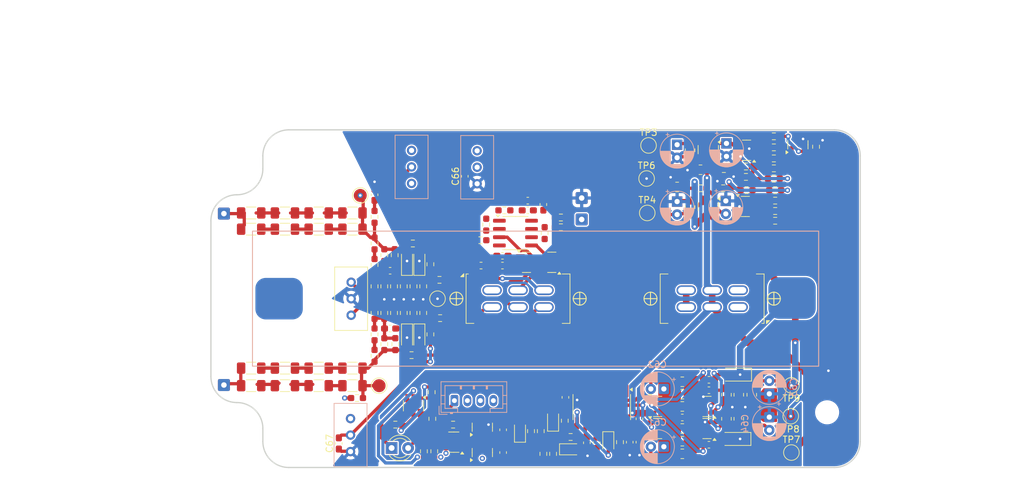
<source format=kicad_pcb>
(kicad_pcb (version 20241229) (generator "pcbnew") (generator_version "9.0")
  (layers (0 "F.Cu" signal) (4 "In1.Cu" signal) (6 "In2.Cu" signal) (2 "B.Cu" signal) (13 "F.Paste" user) (15 "B.Paste" user) (5 "F.SilkS" user "F.Silkscreen") (7 "B.SilkS" user "B.Silkscreen") (1 "F.Mask" user) (3 "B.Mask" user) (25 "Edge.Cuts" user))
  (net 0 "")
  (net 1 "IN+")
  (net 2 "0")
  (net 3 "IN-")
  (net 4 "Net-(C10-Pad1)")
  (net 5 "Net-(C10-Pad2)")
  (net 6 "Net-(R1-Pad1)")
  (net 7 "Net-(C32-Pad2)")
  (net 8 "Net-(R1-Pad2)")
  (net 9 "Net-(R5-Pad1)")
  (net 10 "Net-(R12-Pad1)")
  (net 11 "Net-(R2-Pad2)")
  (net 12 "Net-(R8-Pad2)")
  (net 13 "Net-(R10-Pad1)")
  (net 14 "Net-(R10-Pad2)")
  (net 15 "Net-(C39-Pad1)")
  (net 16 "Net-(R13-Pad2)")
  (net 17 "Net-(R16-Pad1)")
  (net 18 "Net-(R17-Pad2)")
  (net 19 "Net-(SW1B-A)")
  (net 20 "Net-(SW1B-C)")
  (net 21 "Net-(SW1A-A)")
  (net 22 "Net-(SW1A-C)")
  (net 23 "Net-(SW1A-B)")
  (net 24 "Net-(SW1B-B)")
  (net 25 "Net-(C12-Pad1)")
  (net 26 "+VBUS")
  (net 27 "Earth")
  (net 28 "Net-(D1-K)")
  (net 29 "Net-(D4-K)")
  (net 30 "+BAT")
  (net 31 "+BATT")
  (net 32 "Net-(C66-Pad2)")
  (net 33 "Net-(C67-Pad2)")
  (net 34 "Net-(D6-K)")
  (net 35 "Net-(D6-A)")
  (net 36 "Net-(Q3-D)")
  (net 37 "-BATT")
  (net 38 "Net-(C15-Pad1)")
  (net 39 "Net-(C11-Pad1)")
  (net 40 "Net-(C13-Pad1)")
  (net 41 "Net-(C14-Pad1)")
  (net 42 "Net-(J1-Pin_1)")
  (net 43 "Net-(U2-VDD)")
  (net 44 "Net-(Q3-G)")
  (net 45 "Net-(Q5-G)")
  (net 46 "Net-(U2-VM)")
  (net 48 "Net-(U1A--)")
  (net 49 "Net-(R22-Pad1)")
  (net 50 "Net-(U6-TS)")
  (net 51 "Net-(U6-ISET)")
  (net 54 "Net-(U1B--)")
  (net 55 "Net-(Q1-B)")
  (net 56 "Net-(Q4-B)")
  (net 57 "Net-(U1C-V-)")
  (net 58 "Net-(U1C-V+)")
  (net 59 "Net-(C26-Pad2)")
  (net 60 "Net-(C21-Pad1)")
  (net 63 "-VIN")
  (net 64 "Net-(Q2-B)")
  (net 65 "Net-(D8-A)")
  (net 66 "PMOS_GATE")
  (net 67 "+2V5")
  (net 68 "-2V5")
  (net 69 "Net-(D11-K)")
  (net 70 "Net-(D12-A)")
  (net 71 "/Power supply/MID_DRV")
  (net 72 "/Power supply/MID_REC")
  (net 73 "Net-(D13-A)")
  (net 74 "NMOS_GATE")
  (net 75 "+VIN")
  (net 76 "Net-(D9-K)")
  (net 77 "CLK")
  (net 78 "Net-(D10-A)")
  (net 79 "Net-(Q6-B)")
  (net 80 "Net-(D10-K)")
  (net 81 "Net-(U4-REF)")
  (footprint "Resistor_SMD:R_0603_1608Metric_Pad0.98x0.95mm_HandSolder" (layer "F.Cu") (at 134 140.4 -90)
    (property "Reference" "R25" (hide yes))
    (property "Value" "10k" (hide yes))
  )
  (footprint "Package_TO_SOT_SMD:SOT-23" (layer "F.Cu") (at 190.4 102.3 90)
    (property "Reference" "U4" (hide yes))
    (property "Value" "TL431DBZ")
  )
  (footprint "Resistor_SMD:R_0603_1608Metric_Pad0.98x0.95mm_HandSolder" (layer "F.Cu") (at 132.8 149.5 90)
    (property "Reference" "R30" (hide yes))
    (property "Value" "330" (hide yes))
  )
  (footprint "Capacitor_SMD:C_0603_1608Metric_Pad1.08x0.95mm_HandSolder" (layer "F.Cu") (at 159.4 148.2 90)
    (property "Reference" "C33" (hide yes))
    (property "Value" "100p" (hide yes))
  )
  (footprint "Resistor_SMD:R_0603_1608Metric_Pad0.98x0.95mm_HandSolder" (layer "F.Cu") (at 135.3 129 180)
    (property "Reference" "R51" (hide yes))
    (property "Value" "100" (hide yes))
  )
  (footprint "Resistor_SMD:R_0603_1608Metric_Pad0.98x0.95mm_HandSolder" (layer "F.Cu") (at 125.2 120.8 90)
    (property "Reference" "R13" (hide yes))
    (property "Value" "82k" (hide yes))
  )
  (footprint "Package_TO_SOT_SMD:SOT-23" (layer "F.Cu") (at 176.4 146 180)
    (property "Reference" "Q10" (hide yes))
    (property "Value" "AO3401A" (hide yes))
  )
  (footprint "Resistor_SMD:R_0805_2012Metric_Pad1.20x1.40mm_HandSolder" (layer "F.Cu") (at 183.3 140.8 90)
    (property "Reference" "C51" (hide yes))
    (property "Value" "10u" (hide yes))
  )
  (footprint "Diode_SMD:D_SOD-323_HandSoldering" (layer "F.Cu") (at 132.1 131.9 -90)
    (property "Reference" "D4" (hide yes))
    (property "Value" "1SV324" (hide yes))
  )
  (footprint "Resistor_SMD:R_1206_3216Metric_Pad1.30x1.75mm_HandSolder" (layer "F.Cu") (at 106.2 112.8 180)
    (property "Reference" "C39" (hide yes))
    (property "Value" "10p" (hide yes))
  )
  (footprint "Package_TO_SOT_SMD:SOT-23" (layer "F.Cu") (at 176.6 111.8 -90)
    (property "Reference" "Q1" (hide yes))
    (property "Value" "MMBT5401")
  )
  (footprint "Resistor_SMD:R_0603_1608Metric_Pad0.98x0.95mm_HandSolder" (layer "F.Cu") (at 135.2 123.1)
    (property "Reference" "R54" (hide yes))
    (property "Value" "100" (hide yes))
  )
  (footprint "Resistor_SMD:R_0805_2012Metric_Pad1.20x1.40mm_HandSolder" (layer "F.Cu") (at 172.6 142.6)
    (property "Reference" "C41" (hide yes))
    (property "Value" "10u" (hide yes))
  )
  (footprint "Inductor_SMD:L_0603_1608Metric_Pad1.05x0.95mm_HandSolder" (layer "F.Cu") (at 151.2 111.5 90)
    (property "Reference" "FB2" (hide yes))
    (property "Value" "FerriteBead" (hide yes))
  )
  (footprint "Capacitor_SMD:C_0603_1608Metric_Pad1.08x0.95mm_HandSolder" (layer "F.Cu") (at 157.9 148.2 90)
    (property "Reference" "C17" (hide yes))
    (property "Value" "1n" (hide yes))
  )
  (footprint "Resistor_SMD:R_0603_1608Metric_Pad0.98x0.95mm_HandSolder" (layer "F.Cu") (at 186.7 107.5)
    (property "Reference" "R44" (hide yes))
    (property "Value" "470k")
  )
  (footprint "Resistor_SMD:R_1206_3216Metric_Pad1.30x1.75mm_HandSolder" (layer "F.Cu") (at 116.6 112.8 180)
    (property "Reference" "C10" (hide yes))
    (property "Value" "10p" (hide yes))
  )
  (footprint "Resistor_SMD:R_0603_1608Metric_Pad0.98x0.95mm_HandSolder" (layer "F.Cu") (at 122.5 141.3 180)
    (property "Reference" "R23" (hide yes))
    (property "Value" "10M" (hide yes))
  )
  (footprint "Package_TO_SOT_SMD:SOT-23" (layer "F.Cu") (at 182.5 103.144887 180)
    (property "Reference" "Q6" (hide yes))
    (property "Value" "MMBT5551L")
  )
  (footprint "Resistor_SMD:R_0805_2012Metric_Pad1.20x1.40mm_HandSolder" (layer "F.Cu") (at 172.6 147.95)
    (property "Reference" "C49" (hide yes))
    (property "Value" "10u" (hide yes))
  )
  (footprint "Resistor_SMD:R_0805_2012Metric_Pad1.20x1.40mm_HandSolder" (layer "F.Cu") (at 175.4 106.144887)
    (property "Reference" "C55" (hide yes))
    (property "Value" "10u")
  )
  (footprint "Diode_SMD:D_SOD-123" (layer "F.Cu") (at 180.8 147.6 180)
    (property "Reference" "D8" (hide yes))
    (property "Value" "1N4148W" (hide yes))
  )
  (footprint "Resistor_SMD:R_0603_1608Metric_Pad0.98x0.95mm_HandSolder" (layer "F.Cu") (at 153.9 115)
    (property "Reference" "R35" (hide yes))
    (property "Value" "100" (hide yes))
  )
  (footprint "Resistor_SMD:R_1206_3216Metric_Pad1.30x1.75mm_HandSolder" (layer "F.Cu") (at 111.4 139.4 180)
    (property "Reference" "C13" (hide yes))
    (property "Value" "10p" (hide yes))
  )
  (footprint "DS100M08KV:DPDT_bigger" (layer "F.Cu") (at 147.3 126)
    (property "Reference" "SW1" (hide yes))
    (property "Value" "SW_DPDT_x2")
  )
  (footprint "Resistor_SMD:R_0603_1608Metric_Pad0.98x0.95mm_HandSolder" (layer "F.Cu") (at 126.7 119.3 90)
    (property "Reference" "C57" (hide yes))
    (property "Value" "10p")
  )
  (footprint "Diode_SMD:D_SOD-323" (layer "F.Cu") (at 152.7 144.8 90)
    (property "Reference" "D12" (hide yes))
    (property "Value" "1N4148WS")
  )
  (footprint "Connector_Wire:SolderWire-0.25sqmm_1x01_D0.65mm_OD1.7mm" (layer "F.Cu") (at 102 112.9)
    (property "Reference" "J3" (hide yes))
    (property "Value" "wire2board" (hide yes))
  )
  (footprint "Capacitor_SMD:C_0603_1608Metric_Pad1.08x0.95mm_HandSolder" (layer "F.Cu") (at 145 146.2 -90)
    (property "Reference" "C40" (hide yes))
    (property "Value" "1u" (hide yes))
  )
  (footprint "Capacitor_SMD:C_0603_1608Metric_Pad1.08x0.95mm_HandSolder" (layer "F.Cu") (at 172.6 144.3 180)
    (property "Reference" "C60" (hide yes))
    (property "Value" "100n")
  )
  (footprint "Resistor_SMD:R_0603_1608Metric_Pad0.98x0.95mm_HandSolder" (layer "F.Cu") (at 175.4 109)
    (property "Reference" "R50" (hide yes))
    (property "Value" "1k")
  )
  (footprint "Resistor_SMD:R_0603_1608Metric_Pad0.98x0.95mm_HandSolder" (layer "F.Cu") (at 178.9 109 180)
    (property "Reference" "R32" (hide yes))
    (property "Value" "22k" (hide yes))
  )
  (footprint "Resistor_SMD:R_0603_1608Metric_Pad0.98x0.95mm_HandSolder" (layer "F.Cu") (at 132.7 124.1 90)
    (property "Reference" "C24" (hide yes))
    (property "Value" "100p" (hide yes))
  )
  (footprint "Resistor_SMD:R_0805_2012Metric_Pad1.20x1.40mm_HandSolder" (layer "F.Cu") (at 179.4 140.8 90)
    (property "Reference" "C1" (hide yes))
    (property "Value" "10u" (hide yes))
  )
  (footprint "TestPoint:TestPoint_Pad_D2.0mm" (layer "F.Cu") (at 125.9 139.4)
    (property "Reference" "TP2" (hide yes))
    (property "Value" "TestPoint" (hide yes))
  )
  (footprint "Package_TO_SOT_SMD:SOT-23" (layer "F.Cu") (at 148.6 120.4)
    (property "Reference" "D2" (hide yes))
    (property "Value" "BAV99" (hide yes))
  )
  (footprint "Capacitor_SMD:C_0603_1608Metric_Pad1.08x0.95mm_HandSolder" (layer "F.Cu") (at 144.9 120.9)
    (property "Reference" "C18" (hide yes))
    (property "Value" "10u" (hide yes))
  )
  (footprint "Diode_SMD:D_SOD-323" (layer "F.Cu") (at 147.6 146.5 90)
    (property "Reference" "D9" (hide yes))
    (property "Value" "1N4148WS")
  )
  (footprint "Resistor_SMD:R_0603_1608Metric_Pad0.98x0.95mm_HandSolder" (layer "F.Cu") (at 129.7 128.2 -90)
    (property "Reference" "C37" (hide yes))
    (property "Value" "100p" (hide yes))
  )
  (footprint "Resistor_SMD:R_1206_3216Metric_Pad1.30x1.75mm_HandSolder" (layer "F.Cu") (at 121.8 136.7)
    (property "Reference" "R11" (hide yes))
    (property "Value" "1 Meg" (hide yes))
  )
  (footprint "Diode_SMD:D_SOD-323_HandSoldering" (layer "F.Cu") (at 132.1 120.4 90)
    (property "Reference" "D1" (hide yes))
    (property "Value" "1SV324" (hide yes))
  )
  (footprint "Resistor_SMD:R_0603_1608Metric_Pad0.98x0.95mm_HandSolder" (layer "F.Cu") (at 141.5 117 180)
    (property "Reference" "R24" (hide yes))
    (property "Value" "200" (hide yes))
  )
  (footprint "Capacitor_SMD:C_0603_1608Metric_Pad1.08x0.95mm_HandSolder" (layer "F.Cu") (at 176.7 140.1)
    (property "Reference" "C59" (hide yes))
    (property "Value" "100n")
  )
  (footprint "Resistor_SMD:R_1206_3216Metric_Pad1.30x1.75mm_HandSolder" (layer "F.Cu") (at 106.2 136.7)
    (property "Reference" "R8" (hide yes))
    (property "Value" "1 Meg" (hide yes))
  )
  (footprint "Package_TO_SOT_SMD:SOT-23-6" (layer "F.Cu") (at 131.2 142.5 -90)
    (property "Reference" "U6" (hide yes))
    (property "Value" "BQ21040DBV" (hide yes))
  )
  (footprint "Resistor_SMD:R_0603_1608Metric_Pad0.98x0.95mm_HandSolder" (layer "F.Cu") (at 142.4 114.6 -90)
    (property "Reference" "R53" (hide yes))
    (property "Value" "200")
  )
  (footprint "Connector_Wire:SolderWire-0.25sqmm_1x01_D0.65mm_OD1.7mm" (layer "F.Cu") (at 157.1 110.5 90)
    (property "Reference" "J11" (hide yes))
    (property "Value" "wire2board" (hide yes))
  )
  (footprint "Resistor_SMD:R_0603_1608Metric_Pad0.98x0.95mm_HandSolder" (layer "F.Cu") (at 154.5 144.8 -90)
    (property "Reference" "R42" (hide yes))
    (property "Value" "1k")
  )
  (footprint "Resistor_SMD:R_0603_1608Metric_Pad0.98x0.95mm_HandSolder" (layer "F.Cu") (at 131.2 128.2 -90)
    (property "Reference" "C26" (hide yes))
    (property "Value" "100p" (hide yes))
  )
  (footprint "Capacitor_SMD:C_0603_1608Metric_Pad1.08x0.95mm_HandSolder" (layer "F.Cu") (at 148.8 110.9 180)
    (property "Reference" "C19" (hide yes))
    (property "Value" "10u" (hide yes))
  )
  (footprint "Resistor_SMD:R_0603_1608Metric_Pad0.98x0.95mm_HandSolder" (layer "F.Cu") (at 163 148.1 -90)
    (property "Reference" "R40" (hide yes))
    (property "Value" "10k")
  )
  (footprint "Resistor_SMD:R_0805_2012Metric_Pad1.20x1.40mm_HandSolder" (layer "F.Cu") (at 179.4 144.5 -90)
    (property "Reference" "C53" (hide yes))
    (property "Value" "10u" (hide yes))
  )
  (footprint "Resistor_SMD:R_0603_1608Metric_Pad0.98x0.95mm_HandSolder" (layer "F.Cu") (at 182.4 107.244887 180)
    (property "Reference" "R27" (hide yes))
    (property "Value" "22k" (hide yes))
  )
  (footprint "Resistor_SMD:R_0805_2012Metric_Pad1.20x1.40mm_HandSolder" (layer "F.Cu") (at 181.3 140.8 90)
    (property "Reference" "C54" (hide yes))
    (property "Value" "10u" (hide yes))
  )
  (footprint "Resistor_SMD:R_0603_1608Metric_Pad0.98x0.95mm_HandSolder" (layer "F.Cu") (at 131.2 124.1 90)
    (property "Reference" "C6" (hide yes))
    (property "Value" "100p" (hide yes))
  )
  (footprint "Inductor_SMD:L_0603_1608Metric_Pad1.05x0.95mm_HandSolder" (layer "F.Cu") (at 141.6 120.9 180)
    (property "Reference" "FB1" (hide yes))
    (property "Value" "FerriteBead" (hide yes))
  )
  (footprint "Resistor_SMD:R_0603_1608Metric_Pad0.98x0.95mm_HandSolder" (layer "F.Cu") (at 131.1 117.5 180)
    (property "Reference" "R31" (hide yes))
    (property "Value" "100" (hide yes))
  )
  (footprint "Resistor_SMD:R_0603_1608Metric_Pad0.98x0.95mm_HandSolder" (layer "F.Cu") (at 128.4 133 90)
    (property "Reference" "C56" (hide yes))
    (property "Value" "100p" (hide yes))
  )
  (footprint "Resistor_SMD:R_0603_1608Metric_Pad0.98x0.95mm_HandSolder" (layer "F.Cu") (at 150.8 146.4 90)
    (property "Reference" "R39" (hide yes))
    (property "Value" "470k")
  )
  (footprint "Resistor_SMD:R_1206_3216Metric_Pad1.30x1.75mm_HandSolder" (layer "F.Cu") (at 121.8 112.8 180)
    (property "Reference" "C11" (hide yes))
    (property "Value" "10p" (hide yes))
  )
  (footprint "Resistor_SMD:R_0603_1608Metric_Pad0.98x0.95mm_HandSolder" (layer "F.Cu") (at 134.4 149.5 -90)
    (property "Reference" "C2" (hide yes))
    (property "Value" "100n" (hide yes))
  )
  (footprint "Capacitor_SMD:C_0603_1608Metric_Pad1.08x0.95mm_HandSolder" (layer "F.Cu") (at 127.6 121.7 180)
    (property "Reference" "C7" (hide yes))
    (property "Value" "100n" (hide yes))
  )
  (footprint "Diode_SMD:D_SOD-323" (layer "F.Cu") (at 161.2 148.1 -90)
    (property "Reference" "D11" (hide yes))
    (property "Value" "1N4148WS")
  )
  (footprint "Resistor_SMD:R_0805_2012Metric_Pad1.20x1.40mm_HandSolder" (layer "F.Cu") (at 171.8 108.8 180)
    (property "Reference" "C3" (hide yes))
    (property "Value" "10u" (hide yes))
  )
  (footprint "Resistor_SMD:R_0603_1608Metric_Pad0.98x0.95mm_HandSolder" (layer "F.Cu") (at 155.4 147.3)
    (property "Reference" "R19" (hide yes))
    (property "Value" "39k")
  )
  (footprint "Resistor_SMD:R_0603_1608Metric_Pad0.98x0.95mm_HandSolder" (layer "F.Cu") (at 134.1 144.5 90)
    (property "Reference" "R26" (hide yes))
    (property "Value" "330" (hide yes))
  )
  (footprint "Resistor_SMD:R_0603_1608Metric_Pad0.98x0.95mm_HandSolder" (layer "F.Cu") (at 126.7 133 90)
    (property "Reference" "C58" (hide yes))
    (property "Value" "10p" (hide yes))
  )
  (footprint "Resistor_SMD:R_1206_3216Metric_Pad1.30x1.75mm_HandSolder" (layer "F.Cu") (at 106.2 139.4 180)
    (property "Reference" "C12" (hide yes))
    (property "Value" "10p" (hide yes))
  )
  (footprint "Diode_SMD:D_SOD-323_HandSoldering" (layer "F.Cu") (at 130.2 120.4 90)
    (property "Reference" "D3" (hide yes))
    (property "Value" "1SV324" (hide yes))
  )
  (footprint "Package_TO_SOT_SMD:SOT-23" (layer "F.Cu") (at 141.8 149.7 90)
    (property "Reference" "Q3" (hide yes))
    (property "Value" "CMSN3416K-HF" (hide yes))
  )
  (footprint "Resistor_SMD:R_0805_2012Metric_Pad1.20x1.40mm_HandSolder" (layer "F.Cu") (at 172.6 149.9)
    (property "Reference" "C50" (hide yes))
    (property "Value" "10u" (hide yes))
  )
  (footprint "DS100M08KV:DPDT_bigger" (layer "F.Cu") (at 177.2 126 180)
    (property "Reference" "SW2" (hide yes))
    (property "Value" "SW_DPDT_x2" (hide yes))
  )
  (footprint "Resistor_SMD:R_0603_1608Metric_Pad0.98x0.95mm_HandSolder" (layer "F.Cu") (at 125.2 134.8 90)
    (property "Reference" "R18" (hide yes))
    (property "Value" "82k" (hide yes))
  )
  (footprint "Resistor_SMD:R_0603_1608Metric_Pad0.98x0.95mm_HandSolder" (layer "F.Cu") (at 152.7 149.9 90)
    (property "Reference" "R37" (hide yes))
    (property "Value" "100k")
  )
  (footprint "Package_TO_SOT_SMD:SOT-23" (layer "F.Cu") (at 141.8 145.8 90)
    (property "Reference" "Q5" (hide yes))
    (property "Value" "CMSN3416K-HF" (hide yes))
  )
  (footprint "Capacitor_SMD:C_0603_1608Metric_Pad1.08x0.95mm_HandSolder" (layer "F.Cu") (at 176.7 138.5)
    (property "Reference" "C42" (hide yes))
    (property "Value" "100n" (hide yes))
  )
  (footprint "Connector_Wire:SolderWire-0.25sqmm_1x01_D0.65mm_OD1.7mm" (layer "F.Cu") (at 102 139.3)
    (property "Reference" "J4" (hide yes))
    (property "Value" "wire2board" (hide yes))
  )
  (footprint "TestPoint:TestPoint_Pad_D2.0mm" (layer "F.Cu") (at 167.2 112.8)
    (property "Reference" "TP4")
    (property "Value" "TestPoint")
  )
  (footprint "Resistor_SMD:R_0603_1608Metric_Pad0.98x0.95mm_HandSolder" (layer "F.Cu") (at 126.7 128.2 90)
    (property "Reference" "C4" (hide yes))
    (property "Value" "330p" (hide yes))
  )
  (footprint "TestPoint:TestPoint_Pad_D2.0mm" (layer "F.Cu") (at 189.4 149.7)
    (property "Reference" "TP7")
    (property "Value" "TestPoint")
  )
  (footprint "Package_TO_SOT_SMD:SOT-23" (layer "F.Cu") (at 176.6 103.044887 -90)
    (property "Reference" "Q2" (hide yes))
    (property "Value" "MMBT5551L")
  )
  (footprint "Resistor_SMD:R_1206_3216Metric_Pad1.30x1.75mm_HandSolder" (layer "F.Cu") (at 121.8 139.4 180)
    (property "Reference" "C15" (hide yes))
    (property "Value" "10p" (hide yes))
  )
  (footprint "Resistor_SMD:R_1206_3216Metric_Pad1.30x1.75mm_HandSolder" (layer "F.Cu") (at 111.4 136.7)
    (property "Reference" "R9" (hide yes))
    (property "Value" "1 Meg" (hide yes))
  )
  (footprint "Resistor_SMD:R_0603_1608Metric_Pad0.98x0.95mm_HandSolder" (layer "F.Cu") (at 186.9 112.5)
    (property "Reference" "R48" (hide yes))
    (property "Value" "1Meg")
  )
  (footprint "Diode_SMD:D_SOD-123" (layer "F.Cu") (at 180.9 137.7 180)
    (property "Reference" "D13" (hide yes))
    (property "Value" "1N4148W" (hide yes))
  )
  (footprint "TestPoint:TestPoint_Pad_D2.0mm" (layer "F.Cu") (at 189.3 144.1 180)
    (property "Reference" "TP8")
    (property "Value" "TestPoint")
  )
  (footprint "Capacitor_SMD:C_0603_1608Metric_Pad1.08x0.95mm_HandSolder" (layer "F.Cu") (at 127.6 130.6)
    (property "Reference" "C8" (hide yes))
    (property "Value" "100n" (hide yes))
  )
  (footprint "Package_TO_SOT_SMD:SOT-23" (layer "F.Cu") (at 182.3 111.8)
    (property "Reference" "Q4" (hide yes))
    (property "Value" "MMBT5401")
  )
  (footprint "Resistor_SMD:R_0603_1608Metric_Pad0.98x0.95mm_HandSolder" (layer "F.Cu") (at 133.8 120.7 90)
    (property "Reference" "R15" (hide yes))
    (property "Value" "100k" (hide yes))
  )
  (footprint "Package_SO:SOIC-8_3.9x4.9mm_P1.27mm" (layer "F.Cu") (at 146.9 115.9)
    (property "Reference" "U1" (hide yes))
    (property "Value" "RS8752XK")
  )
  (footprint "Resistor_SMD:R_0603_1608Metric_Pad0.98x0.95mm_HandSolder" (layer "F.Cu") (at 149.3 146.4 90)
    (property "Reference" "R38" (hide yes))
    (property "Value" "100k")
  )
  (footprint "Package_TO_SOT_SMD:SOT-23-6" (layer "F.Cu") (at 137.4 148.1 180)
    (property "Reference" "U2" (hide yes))
    (property "Value" "AP9101CK6" (hide yes))
  )
  (footprint "Resistor_SMD:R_0805_2012Metric_Pad1.20x1.40mm_HandSolder" (layer "F.Cu") (at 181.3 144.5 -90)
    (property "Reference" "C52" (hide yes))
    (property "Value" "10u" (hide yes))
  )
  (footprint "Resistor_SMD:R_0805_2012Metric_Pad1.20x1.40mm_HandSolder" (layer "F.Cu") (at 172.6 146)
    (property "Reference" "C48" (hide yes))
    (property "Value" "10u" (hide yes))
  )
  (footprint "Resistor_SMD:R_0603_1608Metric_Pad0.98x0.95mm_HandSolder" (layer "F.Cu") (at 186.7 104.4)
    (property "Reference" "R46" (hide yes))
    (property "Value" "1Meg")
  )
  (footprint "Resistor_SMD:R_0805_2012Metric_Pad1.20x1.40mm_HandSolder" (layer "F.Cu") (at 173.8 103.144887 90)
    (property "Reference" "C29" (hide yes))
    (property "Value" "10u" (hide yes))
  )
  (footprint "Capacitor_SMD:C_0603_1608Metric_Pad1.08x0.95mm_HandSolder" (layer "F.Cu") (at 145 149.7 90)
    (property "Reference" "C28" (hide yes))
    (property "Value" "100n" (hide yes))
  )
  (footprint "Package_TO_SOT_SMD:SOT-23" (layer "F.Cu") (at 168.8 146)
    (property "Reference" "Q13" (hide yes))
    (property "Value" "AO3400A" (hide yes))
  )
  (footprint "Diode_SMD:D_SOD-323_HandSoldering" (layer "F.Cu") (at 130.2 131.9 -90)
    (property "Reference" "D5" (hide yes))
    (property "Value" "1SV324" (hide yes))
  )
  (footprint "Resistor_SMD:R_0603_1608Metric_Pad0.98x0.95mm_HandSolder" (layer "F.Cu") (at 125.2 128.2 -90)
    (property "Reference" "R12" (hide yes))
    (property "Value" "10k" (hide yes))
  )
  (footprint "Resistor_SMD:R_0603_1608Metric_Pad0.98x0.95mm_HandSolder" (layer "F.Cu") (at 126.7 124.1 -90)
    (property "Reference" "C21" (hide yes))
    (property "Value" "330p" (hide yes))
  )
  (footprint "Resistor_SMD:R_0603_1608Metric_Pad0.98x0.95mm_HandSolder" (layer "F.Cu") (at 186.9 110.9)
    (property "Reference" "R41" (hide yes))
    (property "Value" "470k")
  )
  (footprint "Resistor_SMD:R_1206_3216Metric_Pad1.30x1.75mm_HandSolder" (layer "F.Cu") (at 111.4 115.3)
    (property "Reference" "R1" (hide yes))
    (property "Value" "1 Meg" (hide yes))
  )
  (footprint "Package_TO_SOT_SMD:SOT-23" (layer "F.Cu") (at 168.8 142.6)
    (property "Reference" "Q8" (hide yes))
    (property "Value" "AO3401A" (hide yes))
  )
  (footprint "Capacitor_SMD:C_0603_1608Metric_Pad1.08x0.95mm_HandSolder" (layer "F.Cu") (at 148.8 112.4)
    (property "Reference" "C47" (hide yes))
    (property "Value" "100n")
  )
  (footprint "Resistor_SMD:R_0603_1608Metric_Pad0.98x0.95mm_HandSolder" (layer "F.Cu") (at 125.2 131.5 90)
    (property "Reference" "R16" (hide yes))
    (property "Value" "10k" (hide yes))
  )
  (footprint "Resistor_SMD:R_0603_1608Metric_Pad0.98x0.95mm_HandSolder" (layer "F.Cu") (at 129.7 124.1 90)
    (property "Reference" "C23" (hide yes))
    (property "Value" "100p" (hide yes))
  )
  (footprint "Resistor_SMD:R_1206_3216Metric_Pad1.30x1.75mm_HandSolder" (layer "F.Cu") (at 116.6 115.3)
    (property "Reference" "R2" (hide yes))
    (property "Value" "1 Meg" (hide yes))
  )
  (footprint "Connector_Wire:SolderWire-0.25sqmm_1x01_D0.65mm_OD1.7mm" (layer "F.Cu") (at 157.1 113.8 90)
    (property "Reference" "J1" (hide yes))
    (property "Value" "wire2board" (hide yes))
  )
  (footprint "Diode_SMD:D_SOD-323" (layer "F.Cu") (at 155.3 149.2)
    (property "Reference" "D10" (hide yes))
    (property "Value" "1N4148WS")
  )
  (footprint "TestPoint:TestPoint_Pad_D2.0mm" (layer "F.Cu") (at 123 110.1)
    (property "Reference" "TP1" (hide yes))
    (property "Value" "TestPoint" (hide yes))
  )
  (footprint "Resistor_SMD:R_0603_1608Metric_Pad0.98x0.95mm_HandSolder" (layer "F.Cu") (at 179 106.044887 180)
    (property "Reference" "R33" (hide yes))
    (property "Value" "1k" (hide yes))
  )
  (footprint "Capacitor_SMD:C_0603_1608Metric_Pad1.08x0.95mm_HandSolder" (layer "F.Cu") (at 119.7 148.3 90)
    (property "Reference" "C67")
    (property "Value" "100n")
  )
  (footprint "Capacitor_SMD:C_0603_1608Metric_Pad1.08x0.95mm_HandSolder" (layer "F.Cu") (at 164.5 148.1 90)
    (property "Reference" "C45" (hide yes))
    (property "Value" "100n" (hide yes))
  )
  (footprint "Potentiometer_THT:Potentiometer_Bourns_3296W_Vertical" (layer "F.Cu") (at 121.6 128.55 -90)
    (property "Reference" "RV2" (hide yes))
    (property "Value" "100" (hide yes))
  )
  (footprint "Resistor_SMD:R_0603_1608Metric_Pad0.98x0.95mm_HandSolder" (layer "F.Cu") (at 151.4 115.9 90)
    (property "Reference" "R20" (hide yes))
    (property "Value" "200" (hide yes))
  )
  (footprint "Package_TO_SOT_SMD:SOT-23" (layer "F.Cu") (at 152.5 120.4 180)
    (property "Reference" "D7" (hide yes))
    (property "Value" "BAV99" (hide yes))
  )
  (footprint "LED_THT:LED_D3.0mm_FlatTop" (layer "F.Cu") (at 127.83 149)
    (property "Reference" "D6" (hide yes))
    (property "Value" "LED" (hide yes))
  )
  (footprint "Resistor_SMD:R_0603_1608Metric_Pad0.98x0.95mm_HandSolder" (layer "F.Cu") (at 186.7 105.93)
    (property "Reference" "R43" (hide yes))
    (property "Value" "470k")
  )
  (footprint "Resistor_SMD:R_0603_1608Metric_Pad0.98x0.95mm_HandSolder" (layer "F.Cu") (at 153.9 113.5 180)
    (property "Reference" "R17" (hide yes))
    (property "Value" "100" (hide yes))
  )
  (footprint "Resistor_SMD:R_0603_1608Metric_Pad0.98x0.95mm_HandSolder" (layer "F.Cu") (at 137.3 145.4 180)
    (property "Reference" "R29" (hide yes))
    (property "Value" "2.7k" (hide yes))
  )
  (footprint "Capacitor_SMD:C_0603_1608Metric_Pad1.08x0.95mm_HandSolder" (layer "F.Cu") (at 166 148.1 90)
    (property "Reference" "C46" (hide yes))
    (property "Value" "1u")
  )
  (footprint "Resistor_SMD:R_0603_1608Metric_Pad0.98x0.95mm_HandSolder" (layer "F.Cu") (at 125.2 117.5 90)
    (property "Reference" "R6" (hide yes))
    (property "Value" "10k" (hide yes))
  )
  (footprint "Resistor_SMD:R_0603_1608Metric_Pad0.98x0.95mm_HandSolder" (layer "F.Cu") (at 186.7 101 180)
    (property "Reference" "R55" (hide yes))
    (property "Value" "1k")
  )
  (footprint "Capacitor_SMD:C_0603_1608Metric_Pad1.08x0.95mm_HandSolder" (layer "F.Cu") (at 139.1 107.15 90)
    (property "Reference" "C66")
    (property "Value" "100n")
  )
  (footprint "Resistor_SMD:R_0603_1608Metric_Pad0.98x0.95mm_HandSolder" (layer "F.Cu") (at 128.4 145.4 180)
    (property "Reference" "R36" (hide yes))
    (property "Value" "10k" (hide yes))
  )
  (footprint "Resistor_SMD:R_0603_1608Metric_Pad0.98x0.95mm_HandSolder" (layer "F.Cu") (at 151.2 149.9 90)
    (property "Reference" "R21" (hide yes))
    (property "Value" "470k")
  )
  (footprint "Resistor_SMD:R_0603_1608Metric_Pad0.98x0.95mm_HandSolder" (layer "F.Cu") (at 130.9 134.7)
    (property "Reference" "R52" (hide yes))
    (property "Value" "100" (hide yes))
  )
  (footprint "TestPoint:TestPoint_Pad_D2.0mm" (layer "F.Cu") (at 189.4 139.35 180)
    (property "Reference" "TP9")
    (property "Value" "TestPoint")
  )
  (footprint "Resistor_SMD:R_0603_1608Metric_Pad0.98x0.95mm_HandSolder" (layer "F.Cu") (at 182.5 109.3 180)
    (property "Reference" "R28" (hide yes))
    (property "Value" "100k" (hide yes))
  )
  (footprint "Resistor_SMD:R_0603_1608Metric_Pad0.98x0.95mm_HandSolder" (layer "F.Cu") (at 133.8 131.5 -90)
    (property "Reference" "R14" (hide yes))
    (property "Value" "100k" (hide yes))
  )
  (footprint "Resistor_SMD:R_0603_1608Metric_Pad0.98x0.95mm_HandSolder" (layer "F.Cu") (at 128.3 119.3 90)
    (property "Reference" "C25" (hide yes))
    (property "Value" "100p" (hide yes))
  )
  (footprint "Resistor_SMD:R_1206_3216Metric_Pad1.30x1.75mm_HandSolder" (layer "F.Cu") (at 116.6 139.4 180)
    (property "Reference" "C14" (hide yes))
    (property "Value" "10p" (hide yes))
  )
  (footprint "Resistor_SMD:R_0603_1608Metric_Pad0.98x0.95mm_HandSolder" (layer "F.Cu") (at 128.2 128.2 90)
    (property "Reference" "C5" (hide yes))
    (property "Value" "330p" (hide yes))
  )
  (footprint "Package_SO:SOIC-14_3.9x8.7mm_P1.27mm" (layer "F.Cu") (at 160.2 142.7 -90)
    (property "Reference" "U3" (hide yes))
    (property "Value" "74HC14D653")
  )
  (footprint "Capacitor_SMD:C_0603_1608Metric_Pad1.08x0.95mm_HandSolder" (layer "F.Cu") (at 166 144.5 90)
    (property "Reference" "C31" (hide yes))
    (property "Value" "100n")
  )
  (footprint "Resistor_SMD:R_1206_3216Metric_Pad1.30x1.75mm_HandSolder" (layer "F.Cu") (at 121.8 115.3)
    (property "Reference" "R3" (hide yes))
    (property "Value" "1 Meg" (hide yes))
  )
  (footprint "Resistor_SMD:R_0805_2012Metric_Pad1.20x1.40mm_HandSolder" (layer "F.Cu") (at 172.6 138.8)
    (property "Reference" "C65" (hide yes))
    (property "Value" "10u")
  )
  (footprint "TestPoint:TestPoint_Pad_D2.0mm" (layer "F.Cu") (at 167.4 102.4)
    (property "Reference" "TP3")
    (property "Value" "TestPoint")
  )
  (footprint "Resistor_SMD:R_0603_1608Metric_Pad0.98x0.95mm_HandSolder" (layer "F.Cu") (at 125.2 113.4 90)
    (property "Reference" "R7" (hide yes))
    (property "Value" "10M" (hide yes))
  )
  (footprint "TestPoint:TestPoint_Pad_D2.0mm" (layer "F.Cu") (at 134.9 126.01)
    (property "Reference" "TP5" (hide yes))
    (property "Value" "TestPoint" (hide yes))
  )
  (footprint "Resistor_SMD:R_0603_1608Metric_Pad0.98x0.95mm_HandSolder" (layer "F.Cu") (at 182.4 105.644887 180)
    (property "Reference" "R34" (hide yes))
    (property "Value" "100k" (hide yes))
  )
  (footprint "Capacitor_SMD:C_0603_1608Metric_Pad1.08x0.95mm_HandSolder" (layer "F.Cu") (at 144.9 119.4 180)
    (property "Reference" "C35" (hide yes))
    (property "Value" "100n" (hide yes))
  )
  (footprint "Package_TO_SOT_SMD:SOT-23" (layer "F.Cu") (at 176.4 142.6 180)
    (property "Reference" "Q14" (hide yes))
    (property "Value" "AO3400A" (hide yes))
  )
  (footprint "Resistor_SMD:R_1206_3216Metric_Pad1.30x1.75mm_HandSolder" (layer "F.Cu") (at 106.2 115.3)
    (property "Reference" "R4" (hide yes))
    (property "Value" "1 Meg" (hide yes))
  )
  (footprint "Resistor_SMD:R_0805_2012Metric_Pad1.20x1.40mm_HandSolder" (layer "F.Cu") (at 173.8 111.9 90)
    (property "Reference" "C30" (hide yes))
    (property "Value" "10u" (hide yes))
  )
  (footprint "Resistor_SMD:R_0603_1608Metric_Pad0.98x0.95mm_HandSolder" (layer "F.Cu") (at 128.2 124.1 -90)
    (property "Reference" "C22" (hide yes))
    (property "Value" "330p" (hide yes))
  )
  (footprint "Capacitor_SMD:C_0603_1608Metric_Pad1.08x0.95mm_HandSolder" (layer "F.Cu") (at 176.7 148.5)
    (property "Reference" "C27" (hide yes))
    (property "Value" "100n" (hide yes))
  )
  (footprint "Resistor_SMD:R_0603_1608Metric_Pad0.98x0.95mm_HandSolder" (layer "F.Cu") (at 193.2 102.6 90)
    (property "Reference" "R56" (hide yes))
    (property "Value" "10k")
  )
  (footprint "Resistor_SMD:R_1206_3216Metric_Pad1.30x1.75mm_HandSolder" (layer "F.Cu") (at 116.6 136.7)
    (property "Reference" "R10" (hide yes))
    (property "Value" "1 Meg" (hide yes))
  )
  (footprint "Resistor_SMD:R_0603_1608Metric_Pad0.98x0.95mm_HandSolder" (layer "F.Cu") (at 186.9 114)
    (property "Reference" "R49" (hide yes))
    (property "Value" "1Meg")
  )
  (footprint "Resistor_SMD:R_0603_1608Metric_Pad0.98x0.95mm_HandSolder" (layer "F.Cu") (at 145.2 112.4)
    (property "Reference" "R22" (hide yes))
    (property "Value" "200" (hide yes))
  )
  (footprint "Resistor_SMD:R_0603_1608Metric_Pad0.98x0.95mm_HandSolder" (layer "F.Cu") (at 186.7 102.7)
    (property "Reference" "R45" (hide yes))
    (property "Value" "1Meg")
  )
  (footprint "Resistor_SMD:R_0603_1608Metric_Pad0.98x0.95mm_HandSolder" (layer "F.Cu") (at 125.2 124.1 90)
    (property "Reference" "R5" (hide yes))
    (property "Value" "10k" (hide yes))
  )
  (footprint "Capacitor_SMD:C_0603_1608Metric_Pad1.08x0.95mm_HandSolder" (layer "F.Cu") (at 125.2 110 -90)
    (property "Reference" "C32" (hide yes))
    (property "Value" "100n" (hide yes))
  )
  (footprint "Resistor_SMD:R_0603_1608Metric_Pad0.98x0.95mm_HandSolder" (layer "F.Cu") (at 132.7 128.2 -90)
    (property "Reference" "C38" (hide yes))
    (property "Value" "100p" (hide yes))
  )
  (footprint "Resistor_SMD:R_0805_2012Metric_Pad1.20x1.40mm_HandSolder" (layer "F.Cu") (at 172.6 140.7)
    (property "Reference" "C43" (hide yes))
    (property "Value" "10u" (hide yes))
  )
  (footprint "Resistor_SMD:R_1206_3216Metric_Pad1.30x1.75mm_HandSolder" (layer "F.Cu") (at 111.4 112.8 180)
    (property "Reference" "C9" (hide yes))
    (property "Value" "10p" (hide yes))
  )
  (footprint "TestPoint:TestPoint_Pad_D2.0mm" (layer "F.Cu") (at 167.1 107.5)
    (property "Reference" "TP6")
    (property "Value" "TestPoint")
  )
  (footprint "Resistor_SMD:R_0603_1608Metric_Pad0.98x0.95mm_HandSolder" (layer "F.Cu") (at 186.9 109.3)
    (property "Reference" "R47" (hide yes))
    (property "Value" "470k")
  )
  (footprint "Capacitor_SMD:C_0603_1608Metric_Pad1.08x0.95mm_HandSolder" (layer "F.Cu") (at 154.6 141.2 -90)
    (property "Reference" "C34" (hide yes))
    (property "Value" "100p" (hide yes))
  )
  (footprint "Capacitor_THT:CP_Radial_D5.0mm_P2.00mm" (layer "B.Cu") (at 169.755112 139.9 180)
    (property "Reference" "C62")
    (property "Value" "47u" (hide yes))
  )
  (footprint "Connector_JST:JST_PH_B4B-PH-K_1x04_P2.00mm_Vertical" (layer "B.Cu") (at 137.5 141.7)
    (property "Reference" "J2" (hide yes))
    (property "Value" "Conn_01x04_Socket" (hide yes))
  )
  (footprint "Capacitor_THT:CP_Radial_D5.0mm_P2.00mm" (layer "B.Cu") (at 179.4 102.089775 -90)
    (property "Reference" "C16" (hide yes))
    (property "Value" "47u" (hide yes))
  )
  (footprint "DS100M08KV:black_safety_4mm_connector" (layer "B.Cu") (at 107.9 114 180)
    (property "Reference" "J9" (hide yes))
    (property "Value" "black_safety_4mm_connector" (hide yes))
  )
  (footprint "DS100M08KV:USB_C_floating" (layer "B.Cu") (at 203.3 134.6)
    (property "Reference" "J5" (hide yes))
    (property "Value" "USB_C_floating" (hide yes))
  )
  (footprint "Potentiometer_THT:Potentiometer_Bourns_3296W_Vertical" (layer "B.Cu") (at 121.5 149.55 -90)
    (property "Reference" "RV6" (hide yes))
    (property "Value" "100k" (hide yes))
  )
  (footprint "Potentiometer_THT:Potentiometer_Bourns_3296W_Vertical" (layer "B.Cu") (at 141 108.3 -90)
    (property "Reference" "RV5" (hide yes))
    (property "Value" "100k" (hide yes))
  )
  (footprint "DS100M08KV:BNC_panel_mount" (layer "B.Cu") (at 210.2 114 180)
    (property "Reference" "J10" (hide yes))
    (property "Value" "BNC_panel_mount" (hide yes))
  )
  (footprint "Capacitor_THT:CP_Radial_D5.0mm_P2.00mm" (layer "B.Cu") (at 169.755112 148.8 180)
    (property "Reference" "C61")
    (property "Value" "47u" (hide yes))
  )
  (footprint "Capacitor_THT:CP_Radial_D5.0mm_P2.00mm" (layer "B.Cu") (at 171.8 102.289775 -90)
    (property "Reference" "C44" (hide yes))
    (property "Value" "47u" (hide yes))
  )
  (footprint "DS100M08KV:battery_holder" (layer "B.Cu") (at 150 126 180)
    (property "Reference" "BT1" (hide yes))
    (property "Value" "Battery_Cell" (hide yes))
  )
  (footprint "DS100M08KV:M3_with_screw" (layer "B.Cu") (at 194.9 143.5 180)
    (property "Reference" "H4" (hide yes))
    (property "Value" "MountingHole" (hide yes))
  )
  (footprint "DS100M08KV:M3_with_screw" (layer "B.Cu") (at 115 108.5 180)
    (property "Reference" "H1" (hide yes))
    (property "Value" "MountingHole" (hide yes))
  )
  (footprint "Capacitor_THT:CP_Radial_D5.0mm_P2.00mm" (layer "B.Cu") (at 179.3 110.944887 -90)
    (property "Reference" "C20" (hide yes))
    (property "Value" "47u" (hide yes))
  )
  (footprint "Capacitor_THT:CP_Radial_D5.0mm_P2.00mm" (layer "B.Cu") (at 186 140.655112 90)
    (property "Reference" "C63")
    (property "Value" "47u" (hide yes))
  )
  (footprint "Potentiometer_THT:Potentiometer_Bourns_3296W_Vertical" (layer "B.Cu") (at 130.9 108.25 -90)
    (property "Reference" "RV1" (hide yes))
    (property "Value" "100k" (hide yes))
  )
  (footprint "Capacitor_THT:CP_Radial_D5.0mm_P2.00mm" (layer "B.Cu") (at 171.8 111.044887 -90)
    (property "Reference" "C36" (hide yes))
    (property "Value" "47u" (hide yes))
  )
  (footprint "Capacitor_THT:CP_Radial_D5.0mm_P2.00mm" (layer "B.Cu") (at 186 144.244887 -90)
    (property "Reference" "C64")
    (property "Value" "47u" (hide yes))
  )
  (footprint "DS100M08KV:black_safety_4mm_connector" (layer "B.Cu") (at 107.9 138 180)
    (property "Reference" "J8" (hide yes))
    (property "Value" "red_safety_4mm_connector" (hide yes))
  )
  (gr_arc (start 108 104) (mid 109.171573 101.171573) (end 112 100) (stroke (width 0.2)) (layer "Edge.Cuts"))
  (gr_arc (start 196 100) (mid 198.828427 101.171573) (end 200 104) (stroke (width 0.2)) (layer "Edge.Cuts"))
  (gr_line (start 196 100) (end 112 100) (stroke (width 0.2)) (layer "Edge.Cuts"))
  (gr_arc (start 104 142) (mid 106.828427 143.171573) (end 108 146) (stroke (width 0.2)) (layer "Edge.Cuts"))
  (gr_line (start 112 152) (end 196 152) (stroke (width 0.2)) (layer "Edge.Cuts"))
  (gr_line (start 108 146) (end 108 148) (stroke (width 0.2)) (layer "Edge.Cuts"))
  (gr_line (start 100 114) (end 100 138) (stroke (width 0.2)) (layer "Edge.Cuts"))
  (gr_arc (start 100 114) (mid 101.171573 111.171573) (end 104 110) (stroke (width 0.2)) (layer "Edge.Cuts"))
  (gr_line (start 108 104) (end 108 106) (stroke (width 0.2)) (layer "Edge.Cuts"))
  (gr_arc (start 112 152) (mid 109.171573 150.828427) (end 108 148) (stroke (width 0.2)) (layer "Edge.Cuts"))
  (gr_arc (start 108 106) (mid 106.828427 108.828427) (end 104 110) (stroke (width 0.2)) (layer "Edge.Cuts"))
  (gr_arc (start 200 148) (mid 198.828427 150.828427) (end 196 152) (stroke (width 0.2)) (layer "Edge.Cuts"))
  (gr_line (start 200 148) (end 200 104) (stroke (width 0.2)) (layer "Edge.Cuts"))
  (gr_arc (start 104 142) (mid 101.171573 140.828427) (end 100 138) (stroke (width 0.2)) (layer "Edge.Cuts"))
  (segment (start 105.137524 112.79994) (end 105.137492 114.662496) (width 0.5) (layer "F.Cu") (net 1))
  (segment (start 105.137492 114.662496) (end 104.5 115.3) (width 0.5) (layer "F.Cu") (net 1))
  (segment (start 105.037499 112.9) (end 102.25 112.9) (width 0.5) (layer "F.Cu") (net 1))
  (segment (start 105.137524 112.79994) (end 105.037499 112.9) (width 0.5) (layer "F.Cu") (net 1))
  (segment (start 119.7 149.1625) (end 119.7625 149.1625) (width 0.5) (layer "F.Cu") (net 2))
  (segment (start 120.1 149.5) (end 121.45 149.5) (width 0.5) (layer "F.Cu") (net 2))
  (segment (start 180.5 107.2) (end 181.442613 107.2) (width 0.5) (layer "F.Cu") (net 2))
  (segment (start 132.1 132) (end 132.1 133.15) (width 0.5) (layer "F.Cu") (net 2))
  (segment (start 121.45 149.5) (end 121.5 149.55) (width 0.5) (layer "F.Cu") (net 2))
  (segment (start 173.8 110.9) (end 171.944887 110.9) (width 0.5) (layer "F.Cu") (net 2))
  (segment (start 125.2 108) (end 125.2 109.1375) (width 0.5) (layer "F.Cu") (net 2))
  (segment (start 173.4 106.2) (end 174.344887 106.2) (width 0.5) (layer "F.Cu") (net 2))
  (segment (start 194.2 101.6) (end 193.2875 101.6) (width 0.5) (layer "F.Cu") (net 2))
  (segment (start 132.7 125.0125) (end 132.7 127.2875) (width 0.5) (layer "F.Cu") (net 2))
  (segment (start 181.4 111.8) (end 181.4 112.7125) (width 0.5) (layer "F.Cu") (net 2))
  (segment (start 174.344887 106.2) (end 174.4 106.144887) (width 0.5) (layer "F.Cu") (net 2))
  (segment (start 181.4 112.7125) (end 181.3625 112.75) (width 0.5) (layer "F.Cu") (net 2))
  (segment (start 174.4 106.144887) (end 174.4 104.744887) (width 0.5) (layer "F.Cu") (net 2))
  (segment (start 170.8 107.3) (end 170.8 108.8) (width 0.5) (layer "F.Cu") (net 2))
  (segment (start 128.2 125.0125) (end 128.2 127.2875) (width 0.5) (layer "F.Cu") (net 2))
  (segment (start 191.2 101.4) (end 190.4375 101.4) (width 0.5) (layer "F.Cu") (net 2))
  (segment (start 178 108.9875) (end 177.9875 109) (width 0.5) (layer "F.Cu") (net 2))
  (segment (start 129.7 125.0125) (end 129.7 127.2875) (width 0.5) (layer "F.Cu") (net 2))
  (segment (start 182.9 102.9) (end 182.9 102.732387) (width 0.5) (layer "F.Cu") (net 2))
  (segment (start 119.7625 149.1625) (end 120.1 149.5) (width 0.5) (layer "F.Cu") (net 2))
  (segment (start 190.4375 101.4) (end 190.4 101.3625) (width 0.5) (layer "F.Cu") (net 2))
  (segment (start 178 107.9) (end 178 108.9875) (width 0.5) (layer "F.Cu") (net 2))
  (segment (start 126.7 125.0125) (end 126.7 126.1) (width 0.5) (layer "F.Cu") (net 2))
  (segment (start 173.8 104.144887) (end 171.944888 104.144887) (width 0.5) (layer "F.Cu") (net 2))
  (segment (start 182.9 102.732387) (end 183.4375 102.194887) (width 0.5) (layer "F.Cu") (net 2))
  (segment (start 130.2 132) (end 130.2 133.15) (width 0.5) (layer "F.Cu") (net 2))
  (segment (start 171.944888 104.144887) (end 171.8 104.289775) (width 0.5) (layer "F.Cu") (net 2))
  (segment (start 121.5875 141.3) (end 120.6 141.3) (width 0.5) (layer "F.Cu") (net 2))
  (segment (start 132.1 120.2) (end 132.1 119.15) (width 0.5) (layer "F.Cu") (net 2))
  (segment (start 126.7 126.1) (end 126.7 127.2875) (width 0.5) (layer "F.Cu") (net 2))
  (segment (start 130.2 120.2) (end 130.2 119.15) (width 0.5) (layer "F.Cu") (net 2))
  (segment (start 131.2 125.0125) (end 131.2 127.2875) (width 0.5) (layer "F.Cu") (net 2))
  (segment (start 193.2875 101.6) (end 193.2 101.6875) (width 0.5) (layer "F.Cu") (net 2))
  (segment (start 174.4 104.744887) (end 173.8 104.144887) (width 0.5) (layer "F.Cu") (net 2))
  (segment (start 181.442613 107.2) (end 181.4875 107.244887) (width 0.5) (layer "F.Cu") (net 2))
  (segment (start 171.944887 110.9) (end 171.8 111.044887) (width 0.5) (layer "F.Cu") (net 2))
  (via (at 132.1 132) (size 0.8) (drill 0.4) (layers "F.Cu" "B.Cu") (net 2))
  (via (at 130.2 120.2) (size 0.8) (drill 0.4) (layers "F.Cu" "B.Cu") (net 2))
  (via (at 191.2 101.4) (size 0.8) (drill 0.4) (layers "F.Cu" "B.Cu") (net 2))
  (via (at 180.5 107.2) (size 0.8) (drill 0.4) (layers "F.Cu" "B.Cu") (net 2))
  (via (at 167.1 107.5) (size 0.8) (drill 0.4) (layers "F.Cu" "B.Cu") (net 2))
  (via (at 134.9 126.01) (size 0.8) (drill 0.4) (layers "F.Cu" "B.Cu") (net 2))
  (via (at 195.1 137.1) (size 0.8) (drill 0.4) (layers "F.Cu" "B.Cu") (net 2))
  (via (at 129.7 126.1) (size 0.8) (drill 0.4) (layers "F.Cu" "B.Cu") (net 2))
  (via (at 125.2 108) (size 0.8) (drill 0.4) (layers "F.Cu" "B.Cu") (net 2))
  (via (at 182.9 102.9) (size 0.8) (drill 0.4) (layers "F.Cu" "B.Cu") (net 2))
  (via (at 126.7 126.1) (size 0.8) (drill 0.4) (layers "F.Cu" "B.Cu") (net 2))
  (via (at 189.3 144.1) (size 0.8) (drill 0.4) (layers "F.Cu" "B.Cu") (net 2))
  (via (at 173.4 106.2) (size 0.8) (drill 0.4) (layers "F.Cu" "B.Cu") (net 2))
  (via (at 120.6 141.3) (size 0.8) (drill 0.4) (layers "F.Cu" "B.Cu") (net 2))
  (via (at 128.2 126.1) (size 0.8) (drill 0.4) (layers "F.Cu" "B.Cu") (net 2))
  (via (at 132.1 120.2) (size 0.8) (drill 0.4) (layers "F.Cu" "B.Cu") (net 2))
  (via (at 170.8 107.3) (size 0.8) (drill 0.4) (layers "F.Cu" "B.Cu") (net 2))
  (via (at 178 107.9) (size 0.8) (drill 0.4) (layers "F.Cu" "B.Cu") (net 2))
  (via (at 181.4 111.8) (size 0.8) (drill 0.4) (layers "F.Cu" "B.Cu") (net 2))
  (via (at 130.2 132) (size 0.8) (drill 0.4) (layers "F.Cu" "B.Cu") (net 2))
  (via (at 132.7 126.1) (size 0.8) (drill 0.4) (layers "F.Cu" "B.Cu") (net 2))
  (via (at 194.2 101.6) (size 0.8) (drill 0.4) (layers "F.Cu" "B.Cu") (net 2))
  (via (at 131.2 126.1) (size 0.8) (drill 0.4) (layers "F.Cu" "B.Cu") (net 2))
  (segment (start 195 137.1) (end 189.3 142.8) (width 0.5) (layer "B.Cu") (net 2))
  (segment (start 189.3 142.8) (end 189.3 144.1) (width 0.5) (layer "B.Cu") (net 2))
  (segment (start 195.1 137.1) (end 195 137.1) (width 0.5) (layer "B.Cu") (net 2))
  (segment (start 104.600001 136.75) (end 104.65 136.7) (width 0.5) (layer "F.Cu") (net 3))
  (segment (start 104.599944 139.349864) (end 104.349999 139.1) (width 0.5) (layer "F.Cu") (net 3))
  (segment (start 104.599944 139.349864) (end 104.600001 136.75) (width 0.5) (layer "F.Cu") (net 3))
  (segment (start 104.349999 139.1) (end 102 139.1) (width 0.5) (layer "F.Cu") (net 3))
  (segment (start 117.4625 112.8) (end 120.8375 112.8) (width 0.5) (layer "F.Cu") (net 4))
  (segment (start 112.2625 112.8) (end 115.6375 112.8) (width 0.5) (layer "F.Cu") (net 5))
  (segment (start 107.6 115.3) (end 109.8 115.3) (width 0.5) (layer "F.Cu") (net 6))
  (segment (start 125.2 112.4875) (end 125.2 110.8625) (width 0.5) (layer "F.Cu") (net 7))
  (segment (start 125.2 110.8625) (end 125.7475 110.8625) (width 0.5) (layer "F.Cu") (net 7))
  (segment (start 125.7475 110.8625) (end 130.9 105.71) (width 0.5) (layer "F.Cu") (net 7))
  (segment (start 112.9 115.3) (end 115 115.3) (width 0.5) (layer "F.Cu") (net 8))
  (segment (start 121.6 123.5) (end 123.1125 125.0125) (width 0.5) (layer "F.Cu") (net 9))
  (segment (start 121.6 123.47) (end 121.6 123.5) (width 0.5) (layer "F.Cu") (net 9))
  (segment (start 123.1125 125.0125) (end 125.2 125.0125) (width 0.5) (layer "F.Cu") (net 9))
  (segment (start 122.8625 127.2875) (end 121.6 128.55) (width 0.5) (layer "F.Cu") (net 10))
  (segment (start 125.2 127.2875) (end 122.8625 127.2875) (width 0.5) (layer "F.Cu") (net 10))
  (segment (start 118.1 115.3) (end 120.2 115.3) (width 0.5) (layer "F.Cu") (net 11))
  (segment (start 107.75 136.7) (end 109.85 136.7) (width 0.5) (layer "F.Cu") (net 12))
  (segment (start 112.95 136.7) (end 115.05 136.7) (width 0.5) (layer "F.Cu") (net 13))
  (segment (start 118.15 136.7) (end 120.25 136.7) (width 0.5) (layer "F.Cu") (net 14))
  (segment (start 106.9625 112.8) (end 110.4375 112.8) (width 0.5) (layer "F.Cu") (net 15))
  (segment (start 125.2 119.8875) (end 125.2 118.4125) (width 0.5) (layer "F.Cu") (net 16))
  (segment (start 125.2 132.4125) (end 125.2 133.8875) (width 0.5) (layer "F.Cu") (net 17))
  (segment (start 150.511762 127.3) (end 151.3 127.3) (width 0.5) (layer "F.Cu") (net 19))
  (segment (start 143.111762 134.7) (end 150.511762 127.3) (width 0.5) (layer "F.Cu") (net 19))
  (segment (start 131.8125 134.7) (end 143.111762 134.7) (width 0.5) (layer "F.Cu") (net 19))
  (segment (start 142.4 127.3) (end 140.7 129) (width 0.5) (layer "F.Cu") (net 20))
  (segment (start 140.7 129) (end 136.2125 129) (width 0.5) (layer "F.Cu") (net 20))
  (segment (start 143.3 127.3) (end 142.4 127.3) (width 0.5) (layer "F.Cu") (net 20))
  (segment (start 132.0125 117.5) (end 134.8 117.5) (width 0.5) (layer "F.Cu") (net 22))
  (segment (start 140.2 122.9) (end 144.9 122.9) (width 0.5) (layer "F.Cu") (net 22))
  (segment (start 134.8 117.5) (end 140.2 122.9) (width 0.5) (layer "F.Cu") (net 22))
  (via (at 144.9 122.9) (size 0.8) (drill 0.4) (layers "F.Cu" "B.Cu") (net 22))
  (segment (start 148.7 122.9) (end 150.5 124.7) (width 0.5) (layer "B.Cu") (net 22))
  (segment (start 144.9 122.9) (end 148.7 122.9) (width 0.5) (layer "B.Cu") (net 22))
  (segment (start 150.5 124.7) (end 151.3 124.7) (width 0.5) (layer "B.Cu") (net 22))
  (segment (start 151.5625 120.4) (end 151.5625 119.2625) (width 0.5) (layer "F.Cu") (net 23))
  (segment (start 150.105 117.805) (end 149.375 117.805) (width 0.5) (layer "F.Cu") (net 23))
  (segment (start 147.3 124.7) (end 147.3 124.6625) (width 0.5) (layer "F.Cu") (net 23))
  (segment (start 147.3 124.6625) (end 151.5625 120.4) (width 0.5) (layer "F.Cu") (net 23))
  (segment (start 151.5625 119.2625) (end 150.105 117.805) (width 0.5) (layer "F.Cu") (net 23))
  (segment (start 147.771136 123.2) (end 146.3 123.2) (width 0.5) (layer "F.Cu") (net 24))
  (segment (start 147.7 118.6) (end 145.635 116.535) (width 0.5) (layer "F.Cu") (net 24))
  (segment (start 149.5375 121.433636) (end 147.771136 123.2) (width 0.5) (layer "F.Cu") (net 24))
  (segment (start 148.6 118.6) (end 147.7 118.6) (width 0.5) (layer "F.Cu") (net 24))
  (segment (start 146.4 127.3) (end 147.3 127.3) (width 0.5) (layer "F.Cu") (net 24))
  (segment (start 149.5375 120.4) (end 149.5375 119.5375) (width 0.5) (layer "F.Cu") (net 24))
  (segment (start 145.3 124.2) (end 145.3 126.2) (width 0.5) (layer "F.Cu") (net 24))
  (segment (start 145.635 116.535) (end 144.425 116.535) (width 0.5) (layer "F.Cu") (net 24))
  (segment (start 145.3 126.2) (end 146.4 127.3) (width 0.5) (layer "F.Cu") (net 24))
  (segment (start 149.5375 120.4) (end 149.5375 121.433636) (width 0.5) (layer "F.Cu") (net 24))
  (segment (start 149.5375 119.5375) (end 148.6 118.6) (width 0.5) (layer "F.Cu") (net 24))
  (segment (start 146.3 123.2) (end 145.3 124.2) (width 0.5) (layer "F.Cu") (net 24))
  (segment (start 110.287499 139.2) (end 107.1125 139.2) (width 0.5) (layer "F.Cu") (net 25))
  (segment (start 110.287499 139.2) (end 110.4875 139) (width 0.5) (layer "F.Cu") (net 25))
  (segment (start 135.9625 143.5875) (end 137.5 142.05) (width 0.5) (layer "F.Cu") (net 26))
  (segment (start 132.2 143.5875) (end 132.15 143.6375) (width 0.5) (layer "F.Cu") (net 26))
  (segment (start 134.1 143.5875) (end 132.2 143.5875) (width 0.5) (layer "F.Cu") (net 26))
  (segment (start 134.1 143.5875) (end 135.9625 143.5875) (width 0.5) (layer "F.Cu") (net 26))
  (segment (start 137.5 142.05) (end 137.5 141.7) (width 0.5) (layer "F.Cu") (net 26))
  (segment (start 131.2 144.299999) (end 131.2 143.6375) (width 0.5) (layer "F.Cu") (net 27))
  (segment (start 129.3 146.3) (end 129.3 145.4125) (width 0.5) (layer "F.Cu") (net 27))
  (segment (start 133.8875 139.6) (end 134 139.4875) (width 0.5) (layer "F.Cu") (net 27))
  (segment (start 129.3125 145.4) (end 130.099999 145.4) (width 0.5) (layer "F.Cu") (net 27))
  (segment (start 132.9 139.6) (end 133.8875 139.6) (width 0.5) (layer "F.Cu") (net 27))
  (segment (start 129.3 145.4125) (end 129.3125 145.4) (width 0.5) (layer "F.Cu") (net 27))
  (segment (start 130.099999 145.4) (end 131.2 144.299999) (width 0.5) (layer "F.Cu") (net 27))
  (via (at 132.9 139.6) (size 0.8) (drill 0.4) (layers "F.Cu" "B.Cu") (net 27))
  (via (at 129.3 146.3) (size 0.8) (drill 0.4) (layers "F.Cu" "B.Cu") (net 27))
  (via (at 135.4 150.4) (size 0.8) (drill 0.4) (layers "F.Cu" "B.Cu") (net 27))
  (via (at 136.2 149.8) (size 0.8) (drill 0.4) (layers "F.Cu" "B.Cu") (net 27))
  (via (at 141.8 150.6) (size 0.8) (drill 0.4) (layers "F.Cu" "B.Cu") (net 27))
  (segment (start 132.9 142.7) (end 129.3 146.3) (width 0.5) (layer "B.Cu") (net 27))
  (segment (start 132.9 139.6) (end 132.9 142.7) (width 0.5) (layer "B.Cu") (net 27))
  (segment (start 133.8 121.6125) (end 128.55 121.6125) (width 0.5) (layer "F.Cu") (net 28))
  (segment (start 128.55 121.6125) (end 128.4625 121.7) (width 0.5) (layer "F.Cu") (net 28))
  (segment (start 133.8 130.5875) (end 128.475 130.5875) (width 0.5) (layer "F.Cu") (net 29))
  (segment (start 128.475 130.5875) (end 128.4625 130.6) (width 0.5) (layer "F.Cu") (net 29))
  (via (at 131.8 150.4) (size 0.8) (drill 0.4) (layers "F.Cu" "B.Cu") (net 30))
  (via (at 131.2 140.2) (size 0.8) (drill 0.4) (layers "F.Cu" "B.Cu") (net 30))
  (segment (start 125.8 145.6) (end 125.8 150.2) (width 0.5) (layer "B.Cu") (net 30))
  (segment (start 126.9 151.3) (end 130.9 151.3) (width 0.5) (layer "B.Cu") (net 30))
  (segment (start 130.9 151.3) (end 131.8 150.4) (width 0.5) (layer "B.Cu") (net 30))
  (segment (start 131.2 140.2) (end 125.8 145.6) (width 0.5) (layer "B.Cu") (net 30))
  (segment (start 125.8 150.2) (end 126.9 151.3) (width 0.5) (layer "B.Cu") (net 30))
  (segment (start 173.2 127.3) (end 173.2 124.7) (width 1) (layer "F.Cu") (net 31))
  (segment (start 121.5 147.01) (end 120.1275 147.01) (width 0.5) (layer "F.Cu") (net 33))
  (segment (start 120.1275 147.01) (end 119.7 147.4375) (width 0.5) (layer "F.Cu") (net 33))
  (segment (start 133.8 135.7) (end 132.81 135.7) (width 0.5) (layer "F.Cu") (net 33))
  (segment (start 133.8 133.7) (end 133.8 132.4125) (width 0.5) (layer "F.Cu") (net 33))
  (segment (start 132.81 135.7) (end 121.5 147.01) (width 0.5) (layer "F.Cu") (net 33))
  (via (at 133.8 135.7) (size 0.8) (drill 0.4) (layers "F.Cu" "B.Cu") (net 33))
  (via (at 133.8 133.7) (size 0.8) (drill 0.4) (layers "F.Cu" "B.Cu") (net 33))
  (segment (start 133.8 135.7) (end 133.8 133.7) (width 0.5) (layer "B.Cu") (net 33))
  (segment (start 126.3 145.1) (end 130.0375 141.3625) (width 0.5) (layer "F.Cu") (net 34))
  (segment (start 127.83 149) (end 126.3 147.47) (width 0.5) (layer "F.Cu") (net 34))
  (segment (start 126.3 147.47) (end 126.3 145.1) (width 0.5) (layer "F.Cu") (net 34))
  (segment (start 130.0375 141.3625) (end 130.25 141.3625) (width 0.5) (layer "F.Cu") (net 34))
  (segment (start 130.37 149) (end 133.9575 145.4125) (width 0.5) (layer "F.Cu") (net 35))
  (segment (start 133.9575 145.4125) (end 134.4 145.4125) (width 0.5) (layer "F.Cu") (net 35))
  (segment (start 181.5 137.7) (end 182.55 137.7) (width 0.5) (layer "F.Cu") (net 37))
  (segment (start 156.4 140.46) (end 156.2775 140.3375) (width 0.5) (layer "F.Cu") (net 37))
  (segment (start 158 150.2) (end 158 149.0625) (width 0.5) (layer "F.Cu") (net 37))
  (segment (start 166 145.3625) (end 166 145.6) (width 0.5) (layer "F.Cu") (net 37))
  (segment (start 166 148.9625) (end 164.5 148.9625) (width 0.5) (layer "F.Cu") (net 37))
  (segment (start 176.1 145) (end 177.2875 145) (width 0.5) (layer "F.Cu") (net 37))
  (segment (start 158 149.0625) (end 159.4 149.0625) (width 0.5) (layer "F.Cu") (net 37))
  (segment (start 157.9 149.0625) (end 157.9 150.1) (width 0.5) (layer "F.Cu") (net 37))
  (segment (start 166 150.1) (end 166 148.9625) (width 0.5) (layer "F.Cu") (net 37))
  (segment (start 177.85 145.05) (end 179.4 143.5) (width 0.5) (layer "F.Cu") (net 37))
  (segment (start 166 145.6) (end 167.35 146.95) (width 0.5) (layer "F.Cu") (net 37))
  (segment (start 166 148.755266) (end 166 148.9625) (width 0.5) (layer "F.Cu") (net 37))
  (segment (start 167.35 146.95) (end 167.8625 146.95) (width 0.5) (layer "F.Cu") (net 37))
  (segment (start 167.8625 146.95) (end 167.805266 146.95) (width 0.5) (layer "F.Cu") (net 37))
  (segment (start 177.3375 145.05) (end 177.85 145.05) (width 0.5) (layer "F.Cu") (net 37))
  (segment (start 157.9 150.1) (end 158 150.2) (width 0.5) (layer "F.Cu") (net 37))
  (segment (start 177.2875 145) (end 177.3375 145.05) (width 0.5) (layer "F.Cu") (net 37))
  (segment (start 156.4 141.6) (end 156.4 140.46) (width 0.5) (layer "F.Cu") (net 37))
  (segment (start 181.5 147.6) (end 182.45 147.6) (width 0.5) (layer "F.Cu") (net 37))
  (segment (start 156.2775 140.3375) (end 154.6 140.3375) (width 0.5) (layer "F.Cu") (net 37))
  (segment (start 167.805266 146.95) (end 166 148.755266) (width 0.5) (layer "F.Cu") (net 37))
  (segment (start 164.5 150.1) (end 164.5 148.9625) (width 0.5) (layer "F.Cu") (net 37))
  (via (at 175.8375 141.1) (size 0.8) (drill 0.4) (layers "F.Cu" "B.Cu") (net 37))
  (via (at 156.4 141.6) (size 0.8) (drill 0.4) (layers "F.Cu" "B.Cu") (net 37))
  (via (at 158 150.2) (size 0.8) (drill 0.4) (layers "F.Cu" "B.Cu") (net 37))
  (via (at 180.3 142.7) (size 0.8) (drill 0.4) (layers "F.Cu" "B.Cu") (net 37))
  (via (at 164.5 150.1) (size 0.8) (drill 0.4) (layers "F.Cu" "B.Cu") (net 37))
  (via (at 181.5 147.6) (size 0.8) (drill 0.4) (layers "F.Cu" "B.Cu") (net 37))
  (via (at 166 150.1) (size 0.8) (drill 0.4) (layers "F.Cu" "B.Cu") (net 37))
  (via (at 142.75 145.4) (size 0.8) (drill 0.4) (layers "F.Cu" "B.Cu") (net 37))
  (via (at 181.5 137.7) (size 0.8) (drill 0.4) (layers "F.Cu" "B.Cu") (net 37))
  (via (at 182.3 142.7) (size 0.8) (drill 0.4) (layers "F.Cu" "B.Cu") (net 37))
  (via (at 176.1 145) (size 0.8) (drill 0.4) (layers "F.Cu" "B.Cu") (net 37))
  (segment (start 181.5 133.5) (end 181.5 137.7) (width 1) (layer "B.Cu") (net 37))
  (segment (start 189.1 125.9) (end 181.5 133.5) (width 1) (layer "B.Cu") (net 37))
  (segment (start 189.5 125.9) (end 189.1 125.9) (width 1) (layer "B.Cu") (net 37))
  (segment (start 123.35 136.7) (end 123.35 136.593933) (width 0.5) (layer "F.Cu") (net 38))
  (segment (start 124.2125 136.7) (end 125.2 135.7125) (width 0.5) (layer "F.Cu") (net 38))
  (segment (start 129.2 133.9125) (end 129.9875 134.7) (width 0.5) (layer "F.Cu") (net 38))
  (segment (start 123.200015 136.850006) (end 123.200014 139.249993) (width 0.5) (layer "F.Cu") (net 38))
  (segment (start 125.2 135.4125) (end 126.7 133.9125) (width 0.5) (layer "F.Cu") (net 38))
  (segment (start 123.35 136.593933) (end 123.349986 136.699993) (width 0.5) (layer "F.Cu") (net 38))
  (segment (start 123.4125 139.4625) (end 123.35 139.4) (width 0.5) (layer "F.Cu") (net 38))
  (segment (start 123.425 136.625) (end 123.200015 136.850006) (width 0.5) (layer "F.Cu") (net 38))
  (segment (start 128.4 133.9125) (end 129.2 133.9125) (width 0.5) (layer "F.Cu") (net 38))
  (segment (start 126.7 133.9125) (end 128.4 133.9125) (width 0.5) (layer "F.Cu") (net 38))
  (segment (start 123.275 136.775) (end 123.349986 136.699993) (width 0.5) (layer "F.Cu") (net 38))
  (segment (start 123.349985 139.400006) (end 123.200014 139.249993) (width 0.5) (layer "F.Cu") (net 38))
  (segment (start 123.35 139.506066) (end 123.349985 139.400006) (width 0.5) (layer "F.Cu") (net 38))
  (segment (start 123.35 136.7) (end 124.2125 136.7) (width 0.5) (layer "F.Cu") (net 38))
  (segment (start 123.4125 141.3) (end 123.4125 139.4625) (width 0.5) (layer "F.Cu") (net 38))
  (segment (start 125.2 135.7125) (end 125.2 135.4125) (width 0.5) (layer "F.Cu") (net 38))
  (segment (start 125.9 139.4) (end 123.35 139.4) (width 0.5) (layer "F.Cu") (net 38))
  (segment (start 123.35 136.593933) (end 123.349998 136.700002) (width 0.5) (layer "F.Cu") (net 38))
  (segment (start 125.2 116.5875) (end 125.2 114.3125) (width 0.5) (layer "F.Cu") (net 39))
  (segment (start 124.5875 116.5875) (end 125.2 116.5875) (width 0.5) (layer "F.Cu") (net 39))
  (segment (start 129.3 118.3875) (end 130.1875 117.5) (width 0.5) (layer "F.Cu") (net 39))
  (segment (start 125.2 116.8875) (end 126.7 118.3875) (width 0.5) (layer "F.Cu") (net 39))
  (segment (start 123.45 112.700001) (end 123.350001 112.8) (width 0.5) (layer "F.Cu") (net 39))
  (segment (start 125.2 116.5875) (end 125.2 116.8875) (width 0.5) (layer "F.Cu") (net 39))
  (segment (start 123.35 115.3) (end 123.35 115.35) (width 0.5) (layer "F.Cu") (net 39))
  (segment (start 123.35 115.35) (end 124.5875 116.5875) (width 0.5) (layer "F.Cu") (net 39))
  (segment (start 128.3 118.3875) (end 129.3 118.3875) (width 0.5) (layer "F.Cu") (net 39))
  (segment (start 123.350001 112.8) (end 123.35 115.3) (width 0.5) (layer "F.Cu") (net 39))
  (segment (start 123 110.1) (end 123.45 110.55) (width 0.5) (layer "F.Cu") (net 39))
  (segment (start 126.7 118.3875) (end 128.3 118.3875) (width 0.5) (layer "F.Cu") (net 39))
  (segment (start 123.45 110.55) (end 123.45 112.700001) (width 0.5) (layer "F.Cu") (net 39))
  (via (at 123 110.1) (size 0.8) (drill 0.4) (layers "F.Cu" "B.Cu") (net 39))
  (segment (start 112.3125 139.2) (end 115.6875 139.2) (width 0.5) (layer "F.Cu") (net 40))
  (segment (start 118.15 139.4) (end 120.25 139.4) (width 0.5) (layer "F.Cu") (net 41))
  (segment (start 132.2 141.3125) (end 132.15 141.3625) (width 0.5) (layer "F.Cu") (net 50))
  (segment (start 134 141.3125) (end 132.2 141.3125) (width 0.5) (layer "F.Cu") (net 50))
  (segment (start 129.25 143.6375) (end 130.25 143.6375) (width 0.5) (layer "F.Cu") (net 51))
  (segment (start 127.4875 145.4) (end 129.25 143.6375) (width 0.5) (layer "F.Cu") (net 51))
  (segment (start 185.9875 109.3) (end 183.4125 109.3) (width 0.5) (layer "F.Cu") (net 55))
  (segment (start 177.55 110.8625) (end 177.55 110.2375) (width 0.5) (layer "F.Cu") (net 55))
  (segment (start 179.3 112.944887) (end 178.798 112.944887) (width 0.5) (layer "F.Cu") (net 55))
  (segment (start 183.2375 113.1375) (end 183.2375 111.8) (width 0.5) (layer "F.Cu") (net 55))
  (segment (start 177.55 111.696887) (end 177.55 110.8625) (width 0.5) (layer "F.Cu") (net 55))
  (segment (start 185.9875 112.5) (end 183.2375 112.5) (width 0.5) (layer "F.Cu") (net 55))
  (segment (start 183.2375 112.5) (end 183.2375 111.8) (width 0.5) (layer "F.Cu") (net 55))
  (segment (start 177.55 110.2375) (end 176.3125 109) (width 0.5) (layer "F.Cu") (net 55))
  (segment (start 183.4125 110.725) (end 183.4125 109.3) (width 0.5) (layer "F.Cu") (net 55))
  (segment (start 185.9875 114) (end 184.1 114) (width 0.5) (layer "F.Cu") (net 55))
  (segment (start 185.9875 110.9) (end 183.2375 110.9) (width 0.5) (layer "F.Cu") (net 55))
  (segment (start 178.798 112.944887) (end 177.55 111.696887) (width 0.5) (layer "F.Cu") (net 55))
  (segment (start 184.1 114) (end 183.2375 113.1375) (width 0.5) (layer "F.Cu") (net 55))
  (segment (start 183.2375 110.9) (end 183.4125 110.725) (width 0.5) (layer "F.Cu") (net 55))
  (segment (start 183.2375 110.9) (end 183.2375 111.8) (width 0.5) (layer "F.Cu") (net 55))
  (segment (start 179.8125 109) (end 179.8125 108.0125) (width 0.5) (layer "F.Cu") (net 56))
  (segment (start 179.8 108.9875) (end 179.8125 109) (width 0.5) (layer "F.Cu") (net 56))
  (segment (start 179.8 108) (end 179.8 108.9875) (width 0.5) (layer "F.Cu") (net 56))
  (segment (start 187.8125 109.3) (end 187.8125 114) (width 0.5) (layer "F.Cu") (net 56))
  (segment (start 181.5875 109.3) (end 181.5875 110.625) (width 0.5) (layer "F.Cu") (net 56))
  (segment (start 179.8125 109) (end 181.2875 109) (width 0.5) (layer "F.Cu") (net 56))
  (segment (start 181.5875 110.625) (end 181.3625 110.85) (width 0.5) (layer "F.Cu") (net 56))
  (segment (start 181.2875 109) (end 181.5875 109.3) (width 0.5) (layer "F.Cu") (net 56))
  (segment (start 179.8125 108.0125) (end 179.8 108) (width 0.5) (layer "F.Cu") (net 56))
  (segment (start 187.8125 109.3) (end 188.8 109.3) (width 0.5) (layer "F.Cu") (net 56))
  (via (at 188.8 109.3) (size 0.8) (drill 0.4) (layers "F.Cu" "B.Cu") (net 56))
  (via (at 179.8 108) (size 0.8) (drill 0.4) (layers "F.Cu" "B.Cu") (net 56))
  (segment (start 181.1 109.3) (end 188.8 109.3) (width 0.5) (layer "B.Cu") (net 56))
  (segment (start 179.8 108) (end 181.1 109.3) (width 0.5) (layer "B.Cu") (net 56))
  (segment (start 134.3875 129) (end 125.3125 129) (width 0.5) (layer "F.Cu") (net 59))
  (segment (start 126.7375 130.6) (end 126.7375 129.15) (width 0.5) (layer "F.Cu") (net 59))
  (segment (start 126.7375 130.6) (end 126.7375 132.05) (width 0.5) (layer "F.Cu") (net 59))
  (segment (start 125.2 130.5875) (end 125.2 129.1125) (width 0.5) (layer "F.Cu") (net 59))
  (segment (start 126.7375 132.05) (end 126.7 132.0875) (width 0.5) (layer "F.Cu") (net 59))
  (segment (start 126.7 132.0875) (end 128.4 132.0875) (width 0.5) (layer "F.Cu") (net 59))
  (segment (start 126.7375 129.15) (end 126.7 129.1125) (width 0.5) (layer "F.Cu") (net 59))
  (segment (start 125.3125 129) (end 125.2 129.1125) (width 0.5) (layer "F.Cu") (net 59))
  (segment (start 126.7 120.2125) (end 126.7 121.6625) (width 0.5) (layer "F.Cu") (net 60))
  (segment (start 134.2 123.1875) (end 134.2875 123.1) (width 0.5) (layer "F.Cu") (net 60))
  (segment (start 126.7375 123.15) (end 126.7 123.1875) (width 0.5) (layer "F.Cu") (net 60))
  (segment (start 126.7375 121.7) (end 125.2125 121.7) (width 0.5) (layer "F.Cu") (net 60))
  (segment (start 127.2875 120.2125) (end 126.7 120.2125) (width 0.5) (layer "F.Cu") (net 60))
  (segment (start 125.2 121.7125) (end 125.2 123.1875) (width 0.5) (layer "F.Cu") (net 60))
  (segment (start 128.3 120.2125) (end 127.3125 120.2125) (width 0.5) (layer "F.Cu") (net 60))
  (segment (start 127.3125 120.2125) (end 127.3 120.2) (width 0.5) (layer "F.Cu") (net 60))
  (segment (start 126.7375 121.7) (end 126.7375 123.15) (width 0.5) (layer "F.Cu") (net 60))
  (segment (start 125.2125 121.7) (end 125.2 121.7125) (width 0.5) (layer "F.Cu") (net 60))
  (segment (start 126.7 123.1875) (end 134.2 123.1875) (width 0.5) (layer "F.Cu") (net 60))
  (segment (start 126.7 121.6625) (end 126.7375 121.7) (width 0.5) (layer "F.Cu") (net 60))
  (segment (start 127.3 120.2) (end 127.2875 120.2125) (width 0.5) (layer "F.Cu") (net 60))
  (segment (start 177.5625 140.1) (end 183 140.1) (width 0.5) (layer "F.Cu") (net 63))
  (segment (start 174.4875 109) (end 173 109) (width 0.5) (layer "F.Cu") (net 63))
  (segment (start 174.5 108.9875) (end 174.4875 109) (width 0.5) (layer "F.Cu") (net 63))
  (segment (start 177.3375 140.325) (end 177.5625 140.1) (width 0.5) (layer "F.Cu") (net 63))
  (segment (start 189.9625 126.1) (end 190 126.1) (width 1) (layer "F.Cu") (net 63))
  (segment (start 186 138.655112) (end 188.705112 138.655112) (width 0.5) (layer "F.Cu") (net 63))
  (segment (start 184.444888 138.655112) (end 186 138.655112) (width 0.5) (layer "F.Cu") (net 63))
  (segment (start 176.6 112.7375) (end 189.9625 126.1) (width 1) (layer "F.Cu") (net 63))
  (segment (start 177.3375 142.1625) (end 177.3375 140.325) (width 0.5) (layer "F.Cu") (net 63))
  (segment (start 177 142.5) (end 177.3375 142.1625) (width 0.5) (layer "F.Cu") (net 63))
  (segment (start 185.255113 145.5) (end 181.3 145.5) (width 0.5) (layer "F.Cu") (net 63))
  (segment (start 190 126.1) (end 190 132.8) (width 1) (layer "F.Cu") (net 63))
  (segment (start 174.5 108) (end 174.5 108.9875) (width 0.5) (layer "F.Cu") (net 63))
  (segment (start 174.5 114.9) (end 174.5 114.8375) (width 1) (layer "F.Cu") (net 63))
  (segment (start 188.705112 138.655112) (end 189.4 139.35) (width 0.5) (layer "F.Cu") (net 63))
  (segment (start 178.6 145.5) (end 181.3 145.5) (width 0.5) (layer "F.Cu") (net 63))
  (segment (start 183.3 139.8) (end 184.444888 138.655112) (width 0.5) (layer "F.Cu") (net 63))
  (segment (start 183 140.1) (end 183.3 139.8) (width 0.5) (layer "F.Cu") (net 63))
  (segment (start 173 109) (end 172.8 108.8) (width 0.5) (layer "F.Cu") (net 63))
  (segment (start 176.6 112.7375) (end 174.5 114.8375) (width 1) (layer "F.Cu") (net 63))
  (segment (start 178.1 146) (end 178.6 145.5) (width 0.5) (layer "F.Cu") (net 63))
  (segment (start 186 146.244887) (end 185.255113 145.5) (width 0.5) (layer "F.Cu") (net 63))
  (via (at 177 142.5) (size 0.8) (drill 0.4) (layers "F.Cu" "B.Cu") (net 63))
  (via (at 189.4 139.35) (size 0.8) (drill 0.4) (layers "F.Cu" "B.Cu") (net 63))
  (via (at 174.5 114.9) (size 0.8) (drill 0.4) (layers "F.Cu" "B.Cu") (net 63))
  (via (at 190 132.8) (size 0.8) (drill 0.4) (layers "F.Cu" "B.Cu") (net 63))
  (via (at 174.5 108) (size 0.8) (drill 0.4) (layers "F.Cu" "B.Cu") (net 63))
  (via (at 178.1 146) (size 0.8) (drill 0.4) (layers "F.Cu" "B.Cu") (net 63))
  (segment (start 177 144.9) (end 177 142.5) (width 0.5) (layer "B.Cu") (net 63))
  (segment (start 190 138.75) (end 189.4 139.35) (width 1) (layer "B.Cu") (net 63))
  (segment (start 174.5 114.9) (end 174.5 108) (width 1) (layer "B.Cu") (net 63))
  (segment (start 178.1 146) (end 177 144.9) (width 0.5) (layer "B.Cu") (net 63))
  (segment (start 190 132.8) (end 190 138.75) (width 1) (layer "B.Cu") (net 63))
  (segment (start 188.8 107.5) (end 187.6125 107.5) (width 0.5) (layer "F.Cu") (net 64))
  (segment (start 181.244887 103.144887) (end 180.189775 102.089775) (width 0.5) (layer "F.Cu") (net 64))
  (segment (start 181.4875 103.219887) (end 181.5625 103.144887) (width 0.5) (layer "F.Cu") (net 64))
  (segment (start 180.3125 105.644887) (end 179.9125 106.044887) (width 0.5) (layer "F.Cu") (net 64))
  (segment (start 181.4875 105.644887) (end 181.4875 103.219887) (width 0.5) (layer "F.Cu") (net 64))
  (segment (start 188.9125 102.7) (end 189.45 103.2375) (width 0.5) (layer "F.Cu") (net 64))
  (segment (start 177.567612 102.089775) (end 177.55 102.107387) (width 0.5) (layer "F.Cu") (net 64))
  (segment (start 187.6125 102.7) (end 187.6125 107.5) (width 0.5) (layer "F.Cu") (net 64))
  (segment (start 181.4875 105.644887) (end 180.3125 105.644887) (width 0.5) (layer "F.Cu") (net 64))
  (segment (start 179.4 102.089775) (end 177.567612 102.089775) (width 0.5) (layer "F.Cu") (net 64))
  (segment (start 180.189775 102.089775) (end 179.4 102.089775) (width 0.5) (layer "F.Cu") (net 64))
  (segment (start 181.5625 103.144887) (end 181.244887 103.144887) (width 0.5) (layer "F.Cu") (net 64))
  (segment (start 187.6125 102.7) (end 188.9125 102.7) (width 0.5) (layer "F.Cu") (net 64))
  (via (at 188.8 107.5) (size 0.8) (drill 0.4) (layers "F.Cu" "B.Cu") (net 64))
  (via (at 181.5625 104.1) (size 0.8) (drill 0.4) (layers "F.Cu" "B.Cu") (net 64))
  (segment (start 184.9625 107.5) (end 181.5625 104.1) (width 0.5) (layer "B.Cu") (net 64))
  (segment (start 188.8 107.5) (end 184.9625 107.5) (width 0.5) (layer "B.Cu") (net 64))
  (segment (start 177.5625 146.95) (end 177.5625 147.6) (width 0.5) (layer "F.Cu") (net 65))
  (segment (start 177.5625 147.175) (end 177.3375 146.95) (width 0.5) (layer "F.Cu") (net 65))
  (segment (start 177.5625 148.5) (end 177.5625 147.6) (width 0.5) (layer "F.Cu") (net 65))
  (segment (start 178.5 146.95) (end 177.5625 146.95) (width 0.5) (layer "F.Cu") (net 65))
  (segment (start 177.5625 147.6) (end 177.5625 147.175) (width 0.5) (layer "F.Cu") (net 65))
  (segment (start 179.15 147.6) (end 178.5 146.95) (width 0.5) (layer "F.Cu") (net 65))
  (segment (start 163.1 141.65) (end 163.101 141.651) (width 0.5) (layer "F.Cu") (net 66))
  (segment (start 160.2 140.225) (end 160.2 141) (width 0.5) (layer "F.Cu") (net 66))
  (segment (start 163.101 141.651) (end 165.349 141.651) (width 0.5) (layer "F.Cu") (net 66))
  (segment (start 167.8125 141.7) (end 167.8625 141.65) (width 0.5) (layer "F.Cu") (net 66))
  (segment (start 160.2 141) (end 160.85 141.65) (width 0.5) (layer "F.Cu") (net 66))
  (segment (start 158.110001 141.65) (end 160.9 141.65) (width 0.5) (layer "F.Cu") (net 66))
  (segment (start 157.66 141.199999) (end 158.110001 141.65) (width 0.5) (layer "F.Cu") (net 66))
  (segment (start 160.9 141.65) (end 163.1 141.65) (width 0.5) (layer "F.Cu") (net 66))
  (segment (start 162.74 141.29) (end 163.1 141.65) (width 0.5) (layer "F.Cu") (net 66))
  (segment (start 165.349 141.651) (end 165.849 141.151) (width 0.5) (layer "F.Cu") (net 66))
  (segment (start 167.9 141.6875) (end 167.8625 141.65) (width 0.5) (layer "F.Cu") (net 66))
  (segment (start 160.85 141.65) (end 160.9 141.65) (width 0.5) (layer "F.Cu") (net 66))
  (segment (start 167.9 142.4) (end 167.9 141.6875) (width 0.5) (layer "F.Cu") (net 66))
  (segment (start 167.4 141.7) (end 167.8125 141.7) (width 0.5) (layer "F.Cu") (net 66))
  (segment (start 166.851 141.151) (end 167.4 141.7) (width 0.5) (layer "F.Cu") (net 66))
  (segment (start 157.66 140.225) (end 157.66 141.199999) (width 0.5) (layer "F.Cu") (net 66))
  (segment (start 162.74 140.225) (end 162.74 141.29) (width 0.5) (layer "F.Cu") (net 66))
  (segment (start 165.849 141.151) (end 166.851 141.151) (width 0.5) (layer "F.Cu") (net 66))
  (segment (start 175.8 149.5) (end 175.8 148.5375) (width 0.5) (layer "F.Cu") (net 66))
  (segment (start 175.8 148.5375) (end 175.8375 148.5) (width 0.5) (layer "F.Cu") (net 66))
  (via (at 167.9 142.4) (size 0.8) (drill 0.4) (layers "F.Cu" "B.Cu") (net 66))
  (via (at 175.8 149.5) (size 0.8) (drill 0.4) (layers "F.Cu" "B.Cu") (net 66))
  (segment (start 175 149.5) (end 167.9 142.4) (width 0.5) (layer "B.Cu") (net 66))
  (segment (start 175.8 149.5) (end 175 149.5) (width 0.5) (layer "B.Cu") (net 66))
  (segment (start 185.7875 101) (end 185.626275 100.838775) (width 0.5) (layer "F.Cu") (net 67))
  (segment (start 175.65 101.75) (end 175.65 102.107387) (width 0.5) (layer "F.Cu") (net 67))
  (segment (start 171.982388 102.107387) (end 171.8 102.289775) (width 0.5) (layer "F.Cu") (net 67))
  (segment (start 176.561225 100.838775) (end 175.65 101.75) (width 0.5) (layer "F.Cu") (net 67))
  (segment (start 185.626275 100.838775) (end 176.561225 100.838775) (width 0.5) (layer "F.Cu") (net 67))
  (segment (start 175.65 102.107387) (end 171.982388 102.107387) (width 0.5) (layer "F.Cu") (net 67))
  (segment (start 175.65 111.05) (end 173.8 112.9) (width 0.5) (layer "F.Cu") (net 68))
  (segment (start 173.8 112.9) (end 171.944887 112.9) (width 0.5) (layer "F.Cu") (net 68))
  (segment (start 175.65 110.8625) (end 175.65 111.05) (width 0.5) (layer "F.Cu") (net 68))
  (segment (start 167.444887 113.044887) (end 167.2 112.8) (width 0.5) (layer "F.Cu") (net 68))
  (segment (start 171.944887 112.9) (end 171.8 113.044887) (width 0.5) (layer "F.Cu") (net 68))
  (segment (start 171.8 113.044887) (end 167.444887 113.044887) (width 0.5) (layer "F.Cu") (net 68))
  (segment (start 162.74 145.175) (end 162.74 146.9275) (width 0.5) (layer "F.Cu") (net 69))
  (segment (start 160.2 145.175) (end 160.2 146.05) (width 0.5) (layer "F.Cu") (net 69))
  (segment (start 160.9125 147.3375) (end 161.2 147.05) (width 0.5) (layer "F.Cu") (net 69))
  (segment (start 160.2 146.05) (end 161.2 147.05) (width 0.5) (layer "F.Cu") (net 69))
  (segment (start 161.3375 147.1875) (end 161.2 147.05) (width 0.5) (layer "F.Cu") (net 69))
  (segment (start 163 147.1875) (end 161.3375 147.1875) (width 0.5) (layer "F.Cu") (net 69))
  (segment (start 159.4 147.3375) (end 160.9125 147.3375) (width 0.5) (layer "F.Cu") (net 69))
  (segment (start 162.74 146.9275) (end 163 147.1875) (width 0.5) (layer "F.Cu") (net 69))
  (segment (start 159.8 138.4) (end 163.3 138.4) (width 0.5) (layer "F.Cu") (net 70))
  (segment (start 163.3 138.4) (end 164.01 139.11) (width 0.5) (layer "F.Cu") (net 70))
  (segment (start 153.2 141.5) (end 153.2 140.1) (width 0.5) (layer "F.Cu") (net 70))
  (segment (start 158.2 138.4) (end 159.8 138.4) (width 0.5) (layer "F.Cu") (net 70))
  (segment (start 160.6 138.4) (end 161.47 139.27) (width 0.5) (layer "F.Cu") (net 70))
  (segment (start 159.8 138.4) (end 160.6 138.4) (width 0.5) (layer "F.Cu") (net 70))
  (segment (start 153.2 140.1) (end 154.9 138.4) (width 0.5) (layer "F.Cu") (net 70))
  (segment (start 153.7625 142.0625) (end 153.2 141.5) (width 0.5) (layer "F.Cu") (net 70))
  (segment (start 158.2 138.4) (end 158.93 139.13) (width 0.5) (layer "F.Cu") (net 70))
  (segment (start 158.93 139.13) (end 158.93 140.225) (width 0.5) (layer "F.Cu") (net 70))
  (segment (start 154.6 142.0625) (end 153.7625 142.0625) (width 0.5) (layer "F.Cu") (net 70))
  (segment (start 164.01 139.11) (end 164.01 140.225) (width 0.5) (layer "F.Cu") (net 70))
  (segment (start 154.9 138.4) (end 158.2 138.4) (width 0.5) (layer "F.Cu") (net 70))
  (segment (start 154.3625 143.75) (end 154.5 143.8875) (width 0.5) (layer "F.Cu") (net 70))
  (segment (start 161.47 139.27) (end 161.47 140.225) (width 1) (layer "F.Cu") (net 70))
  (segment (start 154.5 142.1625) (end 154.6 142.0625) (width 0.5) (layer "F.Cu") (net 70))
  (segment (start 152.7 143.75) (end 154.3625 143.75) (width 0.5) (layer "F.Cu") (net 70))
  (segment (start 154.5 143.8875) (end 154.5 142.1625) (width 0.5) (layer "F.Cu") (net 70))
  (segment (start 172.9 137.4) (end 173.6 138.1) (width 0.5) (layer "F.Cu") (net 72))
  (segment (start 167.755112 138.76863) (end 169.123742 137.4) (width 0.5) (layer "F.Cu") (net 72))
  (segment (start 169.223742 151.4) (end 172.1 151.4) (width 0.5) (layer "F.Cu") (net 72))
  (segment (start 167.755112 149.93137) (end 169.223742 151.4) (width 0.5) (layer "F.Cu") (net 72))
  (segment (start 169.123742 137.4) (end 172.9 137.4) (width 0.5) (layer "F.Cu") (net 72))
  (segment (start 167.755112 148.8) (end 167.755112 149.93137) (width 0.5) (layer "F.Cu") (net 72))
  (segment (start 172.1 151.4) (end 173.6 149.9) (width 0.5) (layer "F.Cu") (net 72))
  (segment (start 167.755112 139.9) (end 167.755112 138.76863) (width 0.5) (layer "F.Cu") (net 72))
  (segment (start 173.6 138.1) (end 173.6 138.8) (width 0.5) (layer "F.Cu") (net 72))
  (segment (start 177.5 137.5) (end 177.5 138.4375) (width 0.5) (layer "F.Cu") (net 73))
  (segment (start 177.3 143.5) (end 177.3 143.5125) (width 0.5) (layer "F.Cu") (net 73))
  (segment (start 178.1 142.7) (end 177.3 143.5) (width 0.5) (layer "F.Cu") (net 73))
  (segment (start 177.7 137.7) (end 177.5 137.5) (width 0.5) (layer "F.Cu") (net 73))
  (segment (start 179.25 137.7) (end 177.7 137.7) (width 0.5) (layer "F.Cu") (net 73))
  (segment (start 177.3 143.5125) (end 177.3375 143.55) (width 0.5) (layer "F.Cu") (net 73))
  (segment (start 177.5 138.4375) (end 177.5625 138.5) (width 0.5) (layer "F.Cu") (net 73))
  (via (at 178.1 142.7) (size 0.8) (drill 0.4) (layers "F.Cu" "B.Cu") (net 73))
  (via (at 177.5 137.5) (size 0.8) (drill 0.4) (layers "F.Cu" "B.Cu") (net 73))
  (segment (start 178.6 138.6) (end 177.5 137.5) (width 0.5) (layer "B.Cu") (net 73))
  (segment (start 178.1 142.7) (end 178.6 142.2) (width 0.5) (layer "B.Cu") (net 73))
  (segment (start 178.6 142.2) (end 178.6 138.6) (width 0.5) (layer "B.Cu") (net 73))
  (segment (start 167.8625 145.8) (end 167.8625 145.05) (width 0.5) (layer "F.Cu") (net 74))
  (segment (start 160.730001 142.4) (end 165.1 142.4) (width 0.5) (layer "F.Cu") (net 74))
  (segment (start 163.6859 142.4) (end 161.47 144.6159) (width 0.5) (layer "F.Cu") (net 74))
  (segment (start 161.47 144.6159) (end 161.47 145.175) (width 0.5) (layer "F.Cu") (net 74))
  (segment (start 158.93 144.200001) (end 160.730001 142.4) (width 0.5) (layer "F.Cu") (net 74))
  (segment (start 165.1 142.4) (end 163.6859 142.4) (width 0.5) (layer "F.Cu") (net 74))
  (segment (start 158.93 145.175) (end 158.93 144.200001) (width 0.5) (layer "F.Cu") (net 74))
  (segment (start 175.8375 137.4) (end 175.8375 138.5) (width 0.5) (layer "F.Cu") (net 74))
  (segment (start 166.5 142.4) (end 165.1 142.4) (width 0.5) (layer "F.Cu") (net 74))
  (via (at 175.8375 137.4) (size 0.8) (drill 0.4) (layers "F.Cu" "B.Cu") (net 74))
  (via (at 167.8625 145.8) (size 0.8) (drill 0.4) (layers "F.Cu" "B.Cu") (net 74))
  (via (at 166.5 142.4) (size 0.8) (drill 0.4) (layers "F.Cu" "B.Cu") (net 74))
  (segment (start 166.5 144.4375) (end 167.8625 145.8) (width 0.5) (layer "B.Cu") (net 74))
  (segment (start 171.7375 141.5) (end 175.8375 137.4) (width 0.5) (layer "B.Cu") (net 74))
  (segment (start 166.5 142.1) (end 167.1 141.5) (width 0.5) (layer "B.Cu") (net 74))
  (segment (start 167.1 141.5) (end 171.7375 141.5) (width 0.5) (layer "B.Cu") (net 74))
  (segment (start 166.5 142.4) (end 166.5 142.1) (width 0.5) (layer "B.Cu") (net 74))
  (segment (start 166.5 142.4) (end 166.5 144.4375) (width 0.5) (layer "B.Cu") (net 74))
  (segment (start 177.2 127.3) (end 177.2 124.7) (width 1) (layer "F.Cu") (net 75))
  (segment (start 166 143.6375) (end 167.775 143.6375) (width 1) (layer "F.Cu") (net 75))
  (segment (start 166 147.2375) (end 164.5 147.2375) (width 0.5) (layer "F.Cu") (net 75))
  (segment (start 176.6 105.944887) (end 176.4 106.144887) (width 0.5) (layer "F.Cu") (net 75))
  (segment (start 177.2 127.3) (end 182.7 132.8) (width 1) (layer "F.Cu") (net 75))
  (segment (start 176.4 107.4) (end 176.4 106.144887) (width 0.5) (layer "F.Cu") (net 75))
  (segment (start 164.01 145.175) (end 164.01 144.49) (width 0.5) (layer "F.Cu") (net 75))
  (segment (start 192 137.9) (end 192 147.1) (width 1) (layer "F.Cu") (net 75))
  (segment (start 164.01 145.175) (end 164.01 146.7475) (width 0.5) (layer "F.Cu") (net 75))
  (segment (start 166 143.6375) (end 164.9375 143.6375) (width 1) (layer "F.Cu") (net 75))
  (segment (start 164.01 146.7475) (end 164.5 147.2375) (width 0.5) (layer "F.Cu") (net 75))
  (segment (start 178.0875 106.044887) (end 176.5 106.044887) (width 0.5) (layer "F.Cu") (net 75))
  (segment (start 182.7 132.8) (end 186.9 132.8) (width 1) (layer "F.Cu") (net 75))
  (segment (start 176.5 106.044887) (end 176.4 106.144887) (width 0.5) (layer "F.Cu") (net 75))
  (segment (start 164.9375 143.6375) (end 164.9 143.6) (width 0.5) (layer "F.Cu") (net 75))
  (segment (start 164.01 144.49) (end 164.9 143.6) (width 0.5) (layer "F.Cu") (net 75))
  (segment (start 192 147.1) (end 189.4 149.7) (width 1) (layer "F.Cu") (net 75))
  (segment (start 176.6 103.982387) (end 176.6 105.944887) (width 0.5) (layer "F.Cu") (net 75))
  (segment (start 186.9 132.8) (end 192 137.9) (width 1) (layer "F.Cu") (net 75))
  (via (at 164.9 143.6) (size 0.8) (drill 0.4) (layers "F.Cu" "B.Cu") (net 75))
  (via (at 176.4 107.4) (size 0.8) (drill 0.4) (layers "F.Cu" "B.Cu") (net 75))
  (segment (start 164.9 139.5) (end 177.1 127.3) (width 1) (layer "B.Cu") (net 75))
  (segment (start 176.4 107.4) (end 176.4 123.9) (width 1) (layer "B.Cu") (net 75))
  (segment (start 176.4 123.9) (end 177.2 124.7) (width 1) (layer "B.Cu") (net 75))
  (segment (start 177.1 127.3) (end 177.2 127.3) (width 1) (layer "B.Cu") (net 75))
  (segment (start 164.9 143.6) (end 164.9 139.5) (width 1) (layer "B.Cu") (net 75))
  (segment (start 149.0375 148.9875) (end 147.6 147.55) (width 0.5) (layer "F.Cu") (net 76))
  (segment (start 152.7 148.9875) (end 151.2 148.9875) (width 0.5) (layer "F.Cu") (net 76))
  (segment (start 151.2 148.9875) (end 149.0375 148.9875) (width 0.5) (layer "F.Cu") (net 76))
  (segment (start 156.0775 145.4875) (end 150.8 145.4875) (width 0.5) (layer "F.Cu") (net 77))
  (segment (start 150.7625 145.45) (end 150.8 145.4875) (width 0.5) (layer "F.Cu") (net 77))
  (segment (start 162.8625 149.15) (end 163 149.0125) (width 0.5) (layer "F.Cu") (net 77))
  (segment (start 156.4 143.5) (end 156.4 145.165) (width 0.5) (layer "F.Cu") (net 77))
  (segment (start 154.4875 145.725) (end 154.5 145.7125) (width 0.5) (layer "F.Cu") (net 77))
  (segment (start 154.4875 147.3) (end 154.4875 145.725) (width 0.5) (layer "F.Cu") (net 77))
  (segment (start 156.4 145.165) (end 156.0775 145.4875) (width 0.5) (layer "F.Cu") (net 77))
  (segment (start 161.2 149.15) (end 162.8625 149.15) (width 0.5) (layer "F.Cu") (net 77))
  (segment (start 147.6 145.45) (end 150.7625 145.45) (width 0.5) (layer "F.Cu") (net 77))
  (segment (start 161.2 149.15) (end 161.2 150.1) (width 0.5) (layer "F.Cu") (net 77))
  (via (at 156.4 143.5) (size 0.8) (drill 0.4) (layers "F.Cu" "B.Cu") (net 77))
  (via (at 161.2 150.1) (size 0.8) (drill 0.4) (layers "F.Cu" "B.Cu") (net 77))
  (segment (start 156.4 143.5) (end 156.4 145.3) (width 0.5) (layer "B.Cu") (net 77))
  (segment (start 156.4 145.3) (end 161.2 150.1) (width 0.5) (layer "B.Cu") (net 77))
  (segment (start 156.3125 149.1625) (end 156.35 149.2) (width 0.5) (layer "F.Cu") (net 78))
  (segment (start 157.66 147.0975) (end 157.9 147.3375) (width 0.5) (layer "F.Cu") (net 78))
  (segment (start 156.35 147.3375) (end 156.3125 147.3) (width 0.5) (layer "F.Cu") (net 78))
  (segment (start 156.3125 147.3) (end 156.3125 149.1625) (width 0.5) (layer "F.Cu") (net 78))
  (segment (start 156.35 149.2) (end 154.7375 150.8125) (width 0.5) (layer "F.Cu") (net 78))
  (segment (start 152.7 150.8125) (end 151.2 150.8125) (width 0.5) (layer "F.Cu") (net 78))
  (segment (start 157.9 147.3375) (end 156.35 147.3375) (width 0.5) (layer "F.Cu") (net 78))
  (segment (start 157.66 145.175) (end 157.66 147.0975) (width 0.5) (layer "F.Cu") (net 78))
  (segment (start 154.7375 150.8125) (end 152.7 150.8125) (width 0.5) (layer "F.Cu") (net 78))
  (segment (start 183.4375 104.094887) (end 183.742613 104.4) (width 0.5) (layer "F.Cu") (net 79))
  (segment (start 183.5 103.632387) (end 183.5 104.032387) (width 0.5) (layer "F.Cu") (net 79))
  (segment (start 185.2875 103.2) (end 183.9 103.2) (width 0.5) (layer "F.Cu") (net 79))
  (segment (start 183.4375 107.119887) (end 183.3125 107.244887) (width 0.5) (layer "F.Cu") (net 79))
  (segment (start 183.9 103.2) (end 183.9 103.232387) (width 0.5) (layer "F.Cu") (net 79))
  (segment (start 185.7875 104.4) (end 183.742613 104.4) (width 0.5) (layer "F.Cu") (net 79))
  (segment (start 185.7875 105.93) (end 183.597613 105.93) (width 0.5) (layer "F.Cu") (net 79))
  (segment (start 183.5 104.032387) (end 183.4375 104.094887) (width 0.5) (layer "F.Cu") (net 79))
  (segment (start 183.597613 105.93) (end 183.3125 105.644887) (width 0.5) (layer "F.Cu") (net 79))
  (segment (start 185.7875 107.5) (end 183.567613 107.5) (width 0.5) (layer "F.Cu") (net 79))
  (segment (start 183.9 103.232387) (end 183.5 103.632387) (width 0.5) (layer "F.Cu") (net 79))
  (segment (start 183.567613 107.5) (end 183.3125 107.244887) (width 0.5) (layer "F.Cu") (net 79))
  (segment (start 185.7875 102.7) (end 185.2875 103.2) (width 0.5) (layer "F.Cu") (net 79))
  (segment (start 183.4375 104.094887) (end 183.4375 107.119887) (width 0.5) (layer "F.Cu") (net 79))
  (segment (start 149.3 147.3125) (end 150.8 147.3125) (width 0.5) (layer "F.Cu") (net 80))
  (segment (start 150.8 147.3125) (end 152.6125 147.3125) (width 0.5) (layer "F.Cu") (net 80))
  (segment (start 154.25 148.95) (end 154.25 149.2) (width 0.5) (layer "F.Cu") (net 80))
  (segment (start 152.6125 147.3125) (end 154.25 148.95) (width 0.5) (layer "F.Cu") (net 80))
  (segment (start 188.9 101) (end 187.6125 101) (width 0.5) (layer "F.Cu") (net 81))
  (segment (start 191.4125 103.3) (end 191.625 103.5125) (width 0.5) (layer "F.Cu") (net 81))
  (segment (start 191.625 103.5125) (end 193.2 103.5125) (width 0.5) (layer "F.Cu") (net 81))
  (segment (start 190.5 103.3) (end 191.4125 103.3) (width 0.5) (layer "F.Cu") (net 81))
  (via (at 190.5 103.3) (size 0.8) (drill 0.4) (layers "F.Cu" "B.Cu") (net 81))
  (via (at 188.9 101) (size 0.8) (drill 0.4) (layers "F.Cu" "B.Cu") (net 81))
  (segment (start 188.9 101) (end 188.9 101.7) (width 0.5) (layer "B.Cu") (net 81))
  (segment (start 188.9 101.7) (end 190.5 103.3) (width 0.5) (layer "B.Cu") (net 81))
  (zone (net 72) (net_name "/Power supply/MID_REC") (layer "F.Cu") (priority 1) (connect_pads yes (clearance 0)) (min_thickness 0.25) (fill yes (thermal_gap 0.5) (thermal_bridge_width 0.5))
    (polygon (pts (xy 176.3 137.9) (xy 176.3 148.3) (xy 173.9 150.7) (xy 173.1 150.7) (xy 172.8 150.4) (xy 172.8 137.9)))
  )
  (zone (net 71) (net_name "/Power supply/MID_DRV") (layer "F.Cu") (priority 1) (connect_pads yes (clearance 0)) (min_thickness 0.25) (fill yes (thermal_gap 0.5) (thermal_bridge_width 0.5))
    (polygon (pts (xy 168.9 137.9) (xy 168.9 149.9) (xy 169.7 150.7) (xy 172.1 150.7) (xy 172.4 150.4) (xy 172.4 137.9)))
  )
  (zone (net 37) (net_name "-BATT") (layer "F.Cu") (priority 2) (connect_pads yes (clearance 0)) (min_thickness 0.25) (fill yes (thermal_gap 0.5) (thermal_bridge_width 0.5))
    (polygon (pts (xy 178.5 141) (xy 178.5 144.3) (xy 184.2 144.3) (xy 185.1 145) (xy 187.2 145) (xy 187.2 139.8) (xy 185.1 139.8) (xy 184.2 141)))
  )
  (zone (net 0) (net_name "") (layers "F.Cu" "B.Cu" "In1.Cu" "In2.Cu") (connect_pads (clearance 0)) (min_thickness 0.25)
    (keepout (tracks allowed) (vias allowed) (pads allowed) (copperpour not_allowed) (footprints allowed))
    (fill (thermal_gap 0.5) (thermal_bridge_width 0.5))
    (polygon (pts (xy 100 100) (xy 120.1 100) (xy 129 117.9) (xy 118.5 126) (xy 129 130.125) (xy 129 139.1) (xy 118.5 152) (xy 100 152)))
  )
  (zone (net 37) (net_name "-BATT") (layer "B.Cu") (priority 5) (connect_pads (clearance 0)) (min_thickness 0.25) (fill yes (thermal_gap 0.5) (thermal_bridge_width 0.5))
    (polygon (pts (xy 126 144) (xy 126 152) (xy 191 152) (xy 191 137) (xy 133 137)))
  )
  (zone (net 2) (net_name "0") (layer "B.Cu") (connect_pads (clearance 0)) (min_thickness 0.25) (fill yes (thermal_gap 0.5) (thermal_bridge_width 0.5))
    (polygon (pts (xy 100 100) (xy 100 152) (xy 200 152) (xy 200 100)))
  )
  (zone (net 0) (net_name "") (layers "B.Cu" "In1.Cu" "In2.Cu") (connect_pads (clearance 0)) (min_thickness 0.25)
    (keepout (tracks allowed) (vias allowed) (pads allowed) (copperpour not_allowed) (footprints allowed))
    (fill (thermal_gap 0.5) (thermal_bridge_width 0.5))
    (polygon (pts (xy 151 119.2) (xy 152.5 117.7) (xy 152.5 113.2) (xy 151 111.7) (xy 143 111.7) (xy 141.5 113.2) (xy 141.5 117.7) (xy 143 119.2)))
  )
)
</source>
